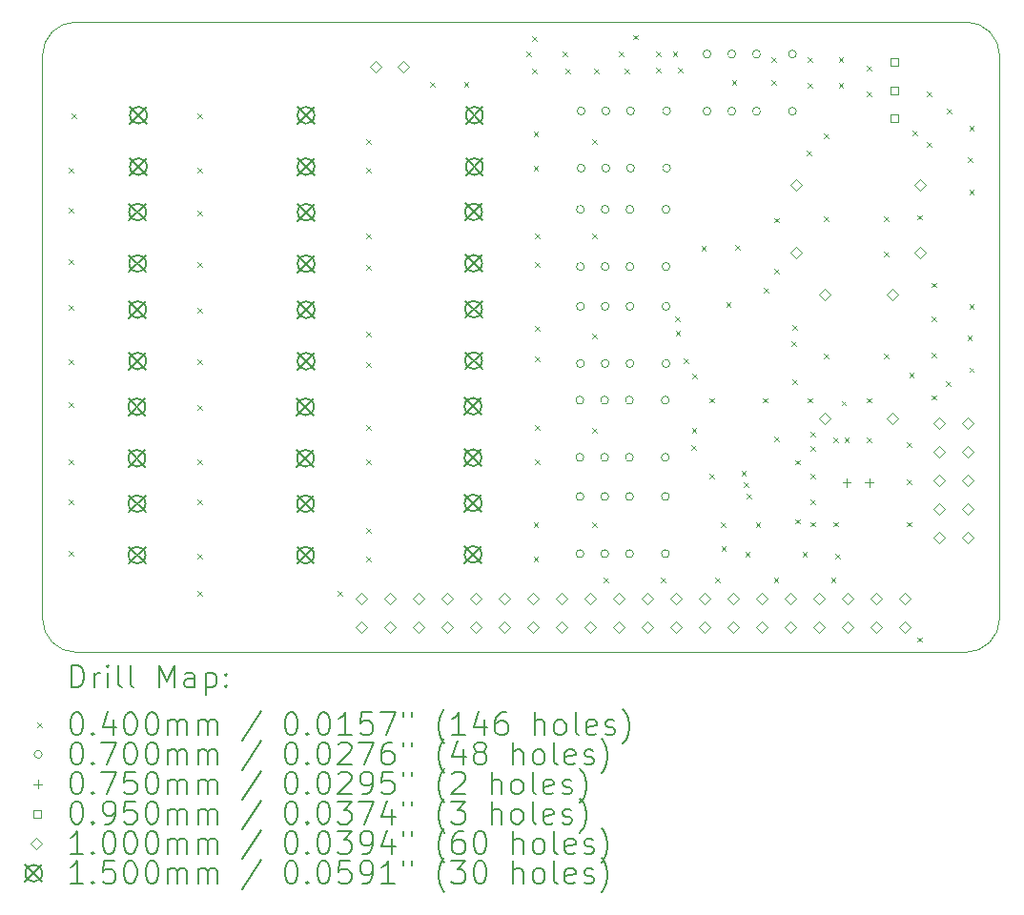
<source format=gbr>
%TF.GenerationSoftware,KiCad,Pcbnew,9.0.0*%
%TF.CreationDate,2025-07-18T15:04:11-05:00*%
%TF.ProjectId,txfilters,74786669-6c74-4657-9273-2e6b69636164,rev?*%
%TF.SameCoordinates,Original*%
%TF.FileFunction,Drillmap*%
%TF.FilePolarity,Positive*%
%FSLAX45Y45*%
G04 Gerber Fmt 4.5, Leading zero omitted, Abs format (unit mm)*
G04 Created by KiCad (PCBNEW 9.0.0) date 2025-07-18 15:04:11*
%MOMM*%
%LPD*%
G01*
G04 APERTURE LIST*
%ADD10C,0.050000*%
%ADD11C,0.200000*%
%ADD12C,0.100000*%
%ADD13C,0.150000*%
G04 APERTURE END LIST*
D10*
X18258000Y-10013000D02*
G75*
G02*
X18558000Y-10313000I0J-300000D01*
G01*
X10358000Y-15613000D02*
G75*
G02*
X10058002Y-15312000I0J300000D01*
G01*
X10058000Y-10312000D02*
X10058000Y-15312000D01*
X10058000Y-10312000D02*
G75*
G02*
X10358000Y-10012998I300000J-1000D01*
G01*
X10358000Y-15613000D02*
X18258000Y-15613000D01*
X18558000Y-10313000D02*
X18558000Y-15313000D01*
X18558000Y-15313000D02*
G75*
G02*
X18258000Y-15613000I-300000J0D01*
G01*
X10358000Y-10013000D02*
X18258000Y-10013000D01*
D11*
D12*
X10292400Y-11308400D02*
X10332400Y-11348400D01*
X10332400Y-11308400D02*
X10292400Y-11348400D01*
X10292400Y-11664000D02*
X10332400Y-11704000D01*
X10332400Y-11664000D02*
X10292400Y-11704000D01*
X10292400Y-12121200D02*
X10332400Y-12161200D01*
X10332400Y-12121200D02*
X10292400Y-12161200D01*
X10292400Y-12527600D02*
X10332400Y-12567600D01*
X10332400Y-12527600D02*
X10292400Y-12567600D01*
X10292400Y-13010200D02*
X10332400Y-13050200D01*
X10332400Y-13010200D02*
X10292400Y-13050200D01*
X10292400Y-13391200D02*
X10332400Y-13431200D01*
X10332400Y-13391200D02*
X10292400Y-13431200D01*
X10292400Y-13899200D02*
X10332400Y-13939200D01*
X10332400Y-13899200D02*
X10292400Y-13939200D01*
X10292400Y-14254800D02*
X10332400Y-14294800D01*
X10332400Y-14254800D02*
X10292400Y-14294800D01*
X10292400Y-14712000D02*
X10332400Y-14752000D01*
X10332400Y-14712000D02*
X10292400Y-14752000D01*
X10317800Y-10825800D02*
X10357800Y-10865800D01*
X10357800Y-10825800D02*
X10317800Y-10865800D01*
X11435400Y-10825800D02*
X11475400Y-10865800D01*
X11475400Y-10825800D02*
X11435400Y-10865800D01*
X11435400Y-11308400D02*
X11475400Y-11348400D01*
X11475400Y-11308400D02*
X11435400Y-11348400D01*
X11435400Y-11689400D02*
X11475400Y-11729400D01*
X11475400Y-11689400D02*
X11435400Y-11729400D01*
X11435400Y-12146600D02*
X11475400Y-12186600D01*
X11475400Y-12146600D02*
X11435400Y-12186600D01*
X11435400Y-12553000D02*
X11475400Y-12593000D01*
X11475400Y-12553000D02*
X11435400Y-12593000D01*
X11435400Y-13010200D02*
X11475400Y-13050200D01*
X11475400Y-13010200D02*
X11435400Y-13050200D01*
X11435400Y-13416600D02*
X11475400Y-13456600D01*
X11475400Y-13416600D02*
X11435400Y-13456600D01*
X11435400Y-13899200D02*
X11475400Y-13939200D01*
X11475400Y-13899200D02*
X11435400Y-13939200D01*
X11435400Y-14254800D02*
X11475400Y-14294800D01*
X11475400Y-14254800D02*
X11435400Y-14294800D01*
X11435400Y-14737400D02*
X11475400Y-14777400D01*
X11475400Y-14737400D02*
X11435400Y-14777400D01*
X11435400Y-15067600D02*
X11475400Y-15107600D01*
X11475400Y-15067600D02*
X11435400Y-15107600D01*
X12680000Y-15067600D02*
X12720000Y-15107600D01*
X12720000Y-15067600D02*
X12680000Y-15107600D01*
X12934000Y-11054400D02*
X12974000Y-11094400D01*
X12974000Y-11054400D02*
X12934000Y-11094400D01*
X12934000Y-11308400D02*
X12974000Y-11348400D01*
X12974000Y-11308400D02*
X12934000Y-11348400D01*
X12934000Y-11892600D02*
X12974000Y-11932600D01*
X12974000Y-11892600D02*
X12934000Y-11932600D01*
X12934000Y-12172000D02*
X12974000Y-12212000D01*
X12974000Y-12172000D02*
X12934000Y-12212000D01*
X12934000Y-12768900D02*
X12974000Y-12808900D01*
X12974000Y-12768900D02*
X12934000Y-12808900D01*
X12934000Y-13035600D02*
X12974000Y-13075600D01*
X12974000Y-13035600D02*
X12934000Y-13075600D01*
X12934000Y-13594400D02*
X12974000Y-13634400D01*
X12974000Y-13594400D02*
X12934000Y-13634400D01*
X12934000Y-13899200D02*
X12974000Y-13939200D01*
X12974000Y-13899200D02*
X12934000Y-13939200D01*
X12934000Y-14508800D02*
X12974000Y-14548800D01*
X12974000Y-14508800D02*
X12934000Y-14548800D01*
X12934000Y-14762800D02*
X12974000Y-14802800D01*
X12974000Y-14762800D02*
X12934000Y-14802800D01*
X13502500Y-10546400D02*
X13542500Y-10586400D01*
X13542500Y-10546400D02*
X13502500Y-10586400D01*
X13802500Y-10546400D02*
X13842500Y-10586400D01*
X13842500Y-10546400D02*
X13802500Y-10586400D01*
X14357500Y-10280000D02*
X14397500Y-10320000D01*
X14397500Y-10280000D02*
X14357500Y-10320000D01*
X14405000Y-10141600D02*
X14445000Y-10181600D01*
X14445000Y-10141600D02*
X14405000Y-10181600D01*
X14405000Y-10430000D02*
X14445000Y-10470000D01*
X14445000Y-10430000D02*
X14405000Y-10470000D01*
X14419900Y-10990900D02*
X14459900Y-11030900D01*
X14459900Y-10990900D02*
X14419900Y-11030900D01*
X14419900Y-11295700D02*
X14459900Y-11335700D01*
X14459900Y-11295700D02*
X14419900Y-11335700D01*
X14419900Y-14458000D02*
X14459900Y-14498000D01*
X14459900Y-14458000D02*
X14419900Y-14498000D01*
X14419900Y-14762800D02*
X14459900Y-14802800D01*
X14459900Y-14762800D02*
X14419900Y-14802800D01*
X14432600Y-11892600D02*
X14472600Y-11932600D01*
X14472600Y-11892600D02*
X14432600Y-11932600D01*
X14432600Y-12146600D02*
X14472600Y-12186600D01*
X14472600Y-12146600D02*
X14432600Y-12186600D01*
X14432600Y-12718100D02*
X14472600Y-12758100D01*
X14472600Y-12718100D02*
X14432600Y-12758100D01*
X14432600Y-12984800D02*
X14472600Y-13024800D01*
X14472600Y-12984800D02*
X14432600Y-13024800D01*
X14432600Y-13594400D02*
X14472600Y-13634400D01*
X14472600Y-13594400D02*
X14432600Y-13634400D01*
X14432600Y-13899200D02*
X14472600Y-13939200D01*
X14472600Y-13899200D02*
X14432600Y-13939200D01*
X14680000Y-10280000D02*
X14720000Y-10320000D01*
X14720000Y-10280000D02*
X14680000Y-10320000D01*
X14705000Y-10430000D02*
X14745000Y-10470000D01*
X14745000Y-10430000D02*
X14705000Y-10470000D01*
X14940600Y-11054400D02*
X14980600Y-11094400D01*
X14980600Y-11054400D02*
X14940600Y-11094400D01*
X14940600Y-11892600D02*
X14980600Y-11932600D01*
X14980600Y-11892600D02*
X14940600Y-11932600D01*
X14940600Y-12781600D02*
X14980600Y-12821600D01*
X14980600Y-12781600D02*
X14940600Y-12821600D01*
X14940600Y-13619800D02*
X14980600Y-13659800D01*
X14980600Y-13619800D02*
X14940600Y-13659800D01*
X14940600Y-14458000D02*
X14980600Y-14498000D01*
X14980600Y-14458000D02*
X14940600Y-14498000D01*
X14955000Y-10430000D02*
X14995000Y-10470000D01*
X14995000Y-10430000D02*
X14955000Y-10470000D01*
X15042200Y-14953300D02*
X15082200Y-14993300D01*
X15082200Y-14953300D02*
X15042200Y-14993300D01*
X15176250Y-10280000D02*
X15216250Y-10320000D01*
X15216250Y-10280000D02*
X15176250Y-10320000D01*
X15230000Y-10430000D02*
X15270000Y-10470000D01*
X15270000Y-10430000D02*
X15230000Y-10470000D01*
X15305000Y-10130000D02*
X15345000Y-10170000D01*
X15345000Y-10130000D02*
X15305000Y-10170000D01*
X15505000Y-10280000D02*
X15545000Y-10320000D01*
X15545000Y-10280000D02*
X15505000Y-10320000D01*
X15505000Y-10420000D02*
X15545000Y-10460000D01*
X15545000Y-10420000D02*
X15505000Y-10460000D01*
X15550200Y-14953300D02*
X15590200Y-14993300D01*
X15590200Y-14953300D02*
X15550200Y-14993300D01*
X15655000Y-10280000D02*
X15695000Y-10320000D01*
X15695000Y-10280000D02*
X15655000Y-10320000D01*
X15680000Y-12630000D02*
X15720000Y-12670000D01*
X15720000Y-12630000D02*
X15680000Y-12670000D01*
X15681265Y-12755000D02*
X15721265Y-12795000D01*
X15721265Y-12755000D02*
X15681265Y-12795000D01*
X15705000Y-10420000D02*
X15745000Y-10460000D01*
X15745000Y-10420000D02*
X15705000Y-10460000D01*
X15753765Y-13005000D02*
X15793765Y-13045000D01*
X15793765Y-13005000D02*
X15753765Y-13045000D01*
X15821500Y-13774000D02*
X15861500Y-13814000D01*
X15861500Y-13774000D02*
X15821500Y-13814000D01*
X15824000Y-13622000D02*
X15864000Y-13662000D01*
X15864000Y-13622000D02*
X15824000Y-13662000D01*
X15830000Y-13136000D02*
X15870000Y-13176000D01*
X15870000Y-13136000D02*
X15830000Y-13176000D01*
X15908650Y-12005000D02*
X15948650Y-12045000D01*
X15948650Y-12005000D02*
X15908650Y-12045000D01*
X15980000Y-13355000D02*
X16020000Y-13395000D01*
X16020000Y-13355000D02*
X15980000Y-13395000D01*
X15980000Y-14025000D02*
X16020000Y-14065000D01*
X16020000Y-14025000D02*
X15980000Y-14065000D01*
X16032800Y-14953300D02*
X16072800Y-14993300D01*
X16072800Y-14953300D02*
X16032800Y-14993300D01*
X16083600Y-14458000D02*
X16123600Y-14498000D01*
X16123600Y-14458000D02*
X16083600Y-14498000D01*
X16088000Y-14670200D02*
X16128000Y-14710200D01*
X16128000Y-14670200D02*
X16088000Y-14710200D01*
X16130000Y-12505000D02*
X16170000Y-12545000D01*
X16170000Y-12505000D02*
X16130000Y-12545000D01*
X16180000Y-10530000D02*
X16220000Y-10570000D01*
X16220000Y-10530000D02*
X16180000Y-10570000D01*
X16210600Y-11994200D02*
X16250600Y-12034200D01*
X16250600Y-11994200D02*
X16210600Y-12034200D01*
X16265380Y-14004974D02*
X16305380Y-14044974D01*
X16305380Y-14004974D02*
X16265380Y-14044974D01*
X16288013Y-14102500D02*
X16328013Y-14142500D01*
X16328013Y-14102500D02*
X16288013Y-14142500D01*
X16299500Y-14724700D02*
X16339500Y-14764700D01*
X16339500Y-14724700D02*
X16299500Y-14764700D01*
X16312200Y-14204000D02*
X16352200Y-14244000D01*
X16352200Y-14204000D02*
X16312200Y-14244000D01*
X16392000Y-14458000D02*
X16432000Y-14498000D01*
X16432000Y-14458000D02*
X16392000Y-14498000D01*
X16455000Y-13355000D02*
X16495000Y-13395000D01*
X16495000Y-13355000D02*
X16455000Y-13395000D01*
X16466000Y-12379000D02*
X16506000Y-12419000D01*
X16506000Y-12379000D02*
X16466000Y-12419000D01*
X16530000Y-10330000D02*
X16570000Y-10370000D01*
X16570000Y-10330000D02*
X16530000Y-10370000D01*
X16530000Y-10530000D02*
X16570000Y-10570000D01*
X16570000Y-10530000D02*
X16530000Y-10570000D01*
X16553500Y-14953300D02*
X16593500Y-14993300D01*
X16593500Y-14953300D02*
X16553500Y-14993300D01*
X16555000Y-11755000D02*
X16595000Y-11795000D01*
X16595000Y-11755000D02*
X16555000Y-11795000D01*
X16555000Y-12205000D02*
X16595000Y-12245000D01*
X16595000Y-12205000D02*
X16555000Y-12245000D01*
X16555000Y-13695000D02*
X16595000Y-13735000D01*
X16595000Y-13695000D02*
X16555000Y-13735000D01*
X16708000Y-12851600D02*
X16748000Y-12891600D01*
X16748000Y-12851600D02*
X16708000Y-12891600D01*
X16718600Y-12705400D02*
X16758600Y-12745400D01*
X16758600Y-12705400D02*
X16718600Y-12745400D01*
X16718600Y-13188000D02*
X16758600Y-13228000D01*
X16758600Y-13188000D02*
X16718600Y-13228000D01*
X16741000Y-13905500D02*
X16781000Y-13945500D01*
X16781000Y-13905500D02*
X16741000Y-13945500D01*
X16745000Y-14430000D02*
X16785000Y-14470000D01*
X16785000Y-14430000D02*
X16745000Y-14470000D01*
X16807500Y-14724700D02*
X16847500Y-14764700D01*
X16847500Y-14724700D02*
X16807500Y-14764700D01*
X16845600Y-11156000D02*
X16885600Y-11196000D01*
X16885600Y-11156000D02*
X16845600Y-11196000D01*
X16855000Y-10330000D02*
X16895000Y-10370000D01*
X16895000Y-10330000D02*
X16855000Y-10370000D01*
X16855000Y-10555000D02*
X16895000Y-10595000D01*
X16895000Y-10555000D02*
X16855000Y-10595000D01*
X16855000Y-13355000D02*
X16895000Y-13395000D01*
X16895000Y-13355000D02*
X16855000Y-13395000D01*
X16880000Y-13655000D02*
X16920000Y-13695000D01*
X16920000Y-13655000D02*
X16880000Y-13695000D01*
X16880000Y-13780000D02*
X16920000Y-13820000D01*
X16920000Y-13780000D02*
X16880000Y-13820000D01*
X16880000Y-14030000D02*
X16920000Y-14070000D01*
X16920000Y-14030000D02*
X16880000Y-14070000D01*
X16880000Y-14255000D02*
X16920000Y-14295000D01*
X16920000Y-14255000D02*
X16880000Y-14295000D01*
X16880000Y-14455000D02*
X16920000Y-14495000D01*
X16920000Y-14455000D02*
X16880000Y-14495000D01*
X16998000Y-11003600D02*
X17038000Y-11043600D01*
X17038000Y-11003600D02*
X16998000Y-11043600D01*
X16998000Y-11740200D02*
X17038000Y-11780200D01*
X17038000Y-11740200D02*
X16998000Y-11780200D01*
X16998000Y-12959400D02*
X17038000Y-12999400D01*
X17038000Y-12959400D02*
X16998000Y-12999400D01*
X17061500Y-14953300D02*
X17101500Y-14993300D01*
X17101500Y-14953300D02*
X17061500Y-14993300D01*
X17080000Y-13705000D02*
X17120000Y-13745000D01*
X17120000Y-13705000D02*
X17080000Y-13745000D01*
X17080000Y-14455000D02*
X17120000Y-14495000D01*
X17120000Y-14455000D02*
X17080000Y-14495000D01*
X17099600Y-14737400D02*
X17139600Y-14777400D01*
X17139600Y-14737400D02*
X17099600Y-14777400D01*
X17130000Y-10330000D02*
X17170000Y-10370000D01*
X17170000Y-10330000D02*
X17130000Y-10370000D01*
X17130000Y-10555000D02*
X17170000Y-10595000D01*
X17170000Y-10555000D02*
X17130000Y-10595000D01*
X17155000Y-13380000D02*
X17195000Y-13420000D01*
X17195000Y-13380000D02*
X17155000Y-13420000D01*
X17180000Y-13705000D02*
X17220000Y-13745000D01*
X17220000Y-13705000D02*
X17180000Y-13745000D01*
X17380000Y-10405000D02*
X17420000Y-10445000D01*
X17420000Y-10405000D02*
X17380000Y-10445000D01*
X17380000Y-10630000D02*
X17420000Y-10670000D01*
X17420000Y-10630000D02*
X17380000Y-10670000D01*
X17380000Y-13355000D02*
X17420000Y-13395000D01*
X17420000Y-13355000D02*
X17380000Y-13395000D01*
X17380000Y-13705000D02*
X17420000Y-13745000D01*
X17420000Y-13705000D02*
X17380000Y-13745000D01*
X17530000Y-12055000D02*
X17570000Y-12095000D01*
X17570000Y-12055000D02*
X17530000Y-12095000D01*
X17531400Y-11740200D02*
X17571400Y-11780200D01*
X17571400Y-11740200D02*
X17531400Y-11780200D01*
X17531400Y-12959400D02*
X17571400Y-12999400D01*
X17571400Y-12959400D02*
X17531400Y-12999400D01*
X17734600Y-13746800D02*
X17774600Y-13786800D01*
X17774600Y-13746800D02*
X17734600Y-13786800D01*
X17734600Y-14077000D02*
X17774600Y-14117000D01*
X17774600Y-14077000D02*
X17734600Y-14117000D01*
X17734600Y-14455000D02*
X17774600Y-14495000D01*
X17774600Y-14455000D02*
X17734600Y-14495000D01*
X17755000Y-13130000D02*
X17795000Y-13170000D01*
X17795000Y-13130000D02*
X17755000Y-13170000D01*
X17785400Y-10978200D02*
X17825400Y-11018200D01*
X17825400Y-10978200D02*
X17785400Y-11018200D01*
X17830000Y-11730000D02*
X17870000Y-11770000D01*
X17870000Y-11730000D02*
X17830000Y-11770000D01*
X17830000Y-15480000D02*
X17870000Y-15520000D01*
X17870000Y-15480000D02*
X17830000Y-15520000D01*
X17912400Y-10635300D02*
X17952400Y-10675300D01*
X17952400Y-10635300D02*
X17912400Y-10675300D01*
X17912400Y-11079800D02*
X17952400Y-11119800D01*
X17952400Y-11079800D02*
X17912400Y-11119800D01*
X17955000Y-12330000D02*
X17995000Y-12370000D01*
X17995000Y-12330000D02*
X17955000Y-12370000D01*
X17955000Y-12630000D02*
X17995000Y-12670000D01*
X17995000Y-12630000D02*
X17955000Y-12670000D01*
X17955000Y-12955000D02*
X17995000Y-12995000D01*
X17995000Y-12955000D02*
X17955000Y-12995000D01*
X17955000Y-13330000D02*
X17995000Y-13370000D01*
X17995000Y-13330000D02*
X17955000Y-13370000D01*
X18080000Y-13205000D02*
X18120000Y-13245000D01*
X18120000Y-13205000D02*
X18080000Y-13245000D01*
X18090200Y-10787700D02*
X18130200Y-10827700D01*
X18130200Y-10787700D02*
X18090200Y-10827700D01*
X18271000Y-12800500D02*
X18311000Y-12840500D01*
X18311000Y-12800500D02*
X18271000Y-12840500D01*
X18276000Y-11219500D02*
X18316000Y-11259500D01*
X18316000Y-11219500D02*
X18276000Y-11259500D01*
X18288750Y-10937000D02*
X18328750Y-10977000D01*
X18328750Y-10937000D02*
X18288750Y-10977000D01*
X18288750Y-11502000D02*
X18328750Y-11542000D01*
X18328750Y-11502000D02*
X18288750Y-11542000D01*
X18288750Y-12518000D02*
X18328750Y-12558000D01*
X18328750Y-12518000D02*
X18288750Y-12558000D01*
X18288750Y-13083000D02*
X18328750Y-13123000D01*
X18328750Y-13083000D02*
X18288750Y-13123000D01*
X14864500Y-13373250D02*
G75*
G02*
X14794500Y-13373250I-35000J0D01*
G01*
X14794500Y-13373250D02*
G75*
G02*
X14864500Y-13373250I35000J0D01*
G01*
X14864500Y-13881250D02*
G75*
G02*
X14794500Y-13881250I-35000J0D01*
G01*
X14794500Y-13881250D02*
G75*
G02*
X14864500Y-13881250I35000J0D01*
G01*
X14865500Y-14229500D02*
G75*
G02*
X14795500Y-14229500I-35000J0D01*
G01*
X14795500Y-14229500D02*
G75*
G02*
X14865500Y-14229500I35000J0D01*
G01*
X14865500Y-14737500D02*
G75*
G02*
X14795500Y-14737500I-35000J0D01*
G01*
X14795500Y-14737500D02*
G75*
G02*
X14865500Y-14737500I35000J0D01*
G01*
X14870500Y-11678750D02*
G75*
G02*
X14800500Y-11678750I-35000J0D01*
G01*
X14800500Y-11678750D02*
G75*
G02*
X14870500Y-11678750I35000J0D01*
G01*
X14870500Y-12186750D02*
G75*
G02*
X14800500Y-12186750I-35000J0D01*
G01*
X14800500Y-12186750D02*
G75*
G02*
X14870500Y-12186750I35000J0D01*
G01*
X14870500Y-12540000D02*
G75*
G02*
X14800500Y-12540000I-35000J0D01*
G01*
X14800500Y-12540000D02*
G75*
G02*
X14870500Y-12540000I35000J0D01*
G01*
X14870500Y-13048000D02*
G75*
G02*
X14800500Y-13048000I-35000J0D01*
G01*
X14800500Y-13048000D02*
G75*
G02*
X14870500Y-13048000I35000J0D01*
G01*
X14875500Y-10804500D02*
G75*
G02*
X14805500Y-10804500I-35000J0D01*
G01*
X14805500Y-10804500D02*
G75*
G02*
X14875500Y-10804500I35000J0D01*
G01*
X14875500Y-11312500D02*
G75*
G02*
X14805500Y-11312500I-35000J0D01*
G01*
X14805500Y-11312500D02*
G75*
G02*
X14875500Y-11312500I35000J0D01*
G01*
X15084500Y-13373250D02*
G75*
G02*
X15014500Y-13373250I-35000J0D01*
G01*
X15014500Y-13373250D02*
G75*
G02*
X15084500Y-13373250I35000J0D01*
G01*
X15084500Y-13881250D02*
G75*
G02*
X15014500Y-13881250I-35000J0D01*
G01*
X15014500Y-13881250D02*
G75*
G02*
X15084500Y-13881250I35000J0D01*
G01*
X15085500Y-14229500D02*
G75*
G02*
X15015500Y-14229500I-35000J0D01*
G01*
X15015500Y-14229500D02*
G75*
G02*
X15085500Y-14229500I35000J0D01*
G01*
X15085500Y-14737500D02*
G75*
G02*
X15015500Y-14737500I-35000J0D01*
G01*
X15015500Y-14737500D02*
G75*
G02*
X15085500Y-14737500I35000J0D01*
G01*
X15090500Y-11678750D02*
G75*
G02*
X15020500Y-11678750I-35000J0D01*
G01*
X15020500Y-11678750D02*
G75*
G02*
X15090500Y-11678750I35000J0D01*
G01*
X15090500Y-12186750D02*
G75*
G02*
X15020500Y-12186750I-35000J0D01*
G01*
X15020500Y-12186750D02*
G75*
G02*
X15090500Y-12186750I35000J0D01*
G01*
X15090500Y-12540000D02*
G75*
G02*
X15020500Y-12540000I-35000J0D01*
G01*
X15020500Y-12540000D02*
G75*
G02*
X15090500Y-12540000I35000J0D01*
G01*
X15090500Y-13048000D02*
G75*
G02*
X15020500Y-13048000I-35000J0D01*
G01*
X15020500Y-13048000D02*
G75*
G02*
X15090500Y-13048000I35000J0D01*
G01*
X15095500Y-10804500D02*
G75*
G02*
X15025500Y-10804500I-35000J0D01*
G01*
X15025500Y-10804500D02*
G75*
G02*
X15095500Y-10804500I35000J0D01*
G01*
X15095500Y-11312500D02*
G75*
G02*
X15025500Y-11312500I-35000J0D01*
G01*
X15025500Y-11312500D02*
G75*
G02*
X15095500Y-11312500I35000J0D01*
G01*
X15304500Y-13373250D02*
G75*
G02*
X15234500Y-13373250I-35000J0D01*
G01*
X15234500Y-13373250D02*
G75*
G02*
X15304500Y-13373250I35000J0D01*
G01*
X15304500Y-13881250D02*
G75*
G02*
X15234500Y-13881250I-35000J0D01*
G01*
X15234500Y-13881250D02*
G75*
G02*
X15304500Y-13881250I35000J0D01*
G01*
X15305500Y-14229500D02*
G75*
G02*
X15235500Y-14229500I-35000J0D01*
G01*
X15235500Y-14229500D02*
G75*
G02*
X15305500Y-14229500I35000J0D01*
G01*
X15305500Y-14737500D02*
G75*
G02*
X15235500Y-14737500I-35000J0D01*
G01*
X15235500Y-14737500D02*
G75*
G02*
X15305500Y-14737500I35000J0D01*
G01*
X15310500Y-11678750D02*
G75*
G02*
X15240500Y-11678750I-35000J0D01*
G01*
X15240500Y-11678750D02*
G75*
G02*
X15310500Y-11678750I35000J0D01*
G01*
X15310500Y-12186750D02*
G75*
G02*
X15240500Y-12186750I-35000J0D01*
G01*
X15240500Y-12186750D02*
G75*
G02*
X15310500Y-12186750I35000J0D01*
G01*
X15310500Y-12540000D02*
G75*
G02*
X15240500Y-12540000I-35000J0D01*
G01*
X15240500Y-12540000D02*
G75*
G02*
X15310500Y-12540000I35000J0D01*
G01*
X15310500Y-13048000D02*
G75*
G02*
X15240500Y-13048000I-35000J0D01*
G01*
X15240500Y-13048000D02*
G75*
G02*
X15310500Y-13048000I35000J0D01*
G01*
X15315500Y-10804500D02*
G75*
G02*
X15245500Y-10804500I-35000J0D01*
G01*
X15245500Y-10804500D02*
G75*
G02*
X15315500Y-10804500I35000J0D01*
G01*
X15315500Y-11312500D02*
G75*
G02*
X15245500Y-11312500I-35000J0D01*
G01*
X15245500Y-11312500D02*
G75*
G02*
X15315500Y-11312500I35000J0D01*
G01*
X15624500Y-13373250D02*
G75*
G02*
X15554500Y-13373250I-35000J0D01*
G01*
X15554500Y-13373250D02*
G75*
G02*
X15624500Y-13373250I35000J0D01*
G01*
X15624500Y-13881250D02*
G75*
G02*
X15554500Y-13881250I-35000J0D01*
G01*
X15554500Y-13881250D02*
G75*
G02*
X15624500Y-13881250I35000J0D01*
G01*
X15625500Y-14229500D02*
G75*
G02*
X15555500Y-14229500I-35000J0D01*
G01*
X15555500Y-14229500D02*
G75*
G02*
X15625500Y-14229500I35000J0D01*
G01*
X15625500Y-14737500D02*
G75*
G02*
X15555500Y-14737500I-35000J0D01*
G01*
X15555500Y-14737500D02*
G75*
G02*
X15625500Y-14737500I35000J0D01*
G01*
X15630500Y-11678750D02*
G75*
G02*
X15560500Y-11678750I-35000J0D01*
G01*
X15560500Y-11678750D02*
G75*
G02*
X15630500Y-11678750I35000J0D01*
G01*
X15630500Y-12186750D02*
G75*
G02*
X15560500Y-12186750I-35000J0D01*
G01*
X15560500Y-12186750D02*
G75*
G02*
X15630500Y-12186750I35000J0D01*
G01*
X15630500Y-12540000D02*
G75*
G02*
X15560500Y-12540000I-35000J0D01*
G01*
X15560500Y-12540000D02*
G75*
G02*
X15630500Y-12540000I35000J0D01*
G01*
X15630500Y-13048000D02*
G75*
G02*
X15560500Y-13048000I-35000J0D01*
G01*
X15560500Y-13048000D02*
G75*
G02*
X15630500Y-13048000I35000J0D01*
G01*
X15635500Y-10804500D02*
G75*
G02*
X15565500Y-10804500I-35000J0D01*
G01*
X15565500Y-10804500D02*
G75*
G02*
X15635500Y-10804500I35000J0D01*
G01*
X15635500Y-11312500D02*
G75*
G02*
X15565500Y-11312500I-35000J0D01*
G01*
X15565500Y-11312500D02*
G75*
G02*
X15635500Y-11312500I35000J0D01*
G01*
X15993500Y-10298500D02*
G75*
G02*
X15923500Y-10298500I-35000J0D01*
G01*
X15923500Y-10298500D02*
G75*
G02*
X15993500Y-10298500I35000J0D01*
G01*
X15993500Y-10806500D02*
G75*
G02*
X15923500Y-10806500I-35000J0D01*
G01*
X15923500Y-10806500D02*
G75*
G02*
X15993500Y-10806500I35000J0D01*
G01*
X16213500Y-10298500D02*
G75*
G02*
X16143500Y-10298500I-35000J0D01*
G01*
X16143500Y-10298500D02*
G75*
G02*
X16213500Y-10298500I35000J0D01*
G01*
X16213500Y-10806500D02*
G75*
G02*
X16143500Y-10806500I-35000J0D01*
G01*
X16143500Y-10806500D02*
G75*
G02*
X16213500Y-10806500I35000J0D01*
G01*
X16433500Y-10298500D02*
G75*
G02*
X16363500Y-10298500I-35000J0D01*
G01*
X16363500Y-10298500D02*
G75*
G02*
X16433500Y-10298500I35000J0D01*
G01*
X16433500Y-10806500D02*
G75*
G02*
X16363500Y-10806500I-35000J0D01*
G01*
X16363500Y-10806500D02*
G75*
G02*
X16433500Y-10806500I35000J0D01*
G01*
X16753500Y-10298500D02*
G75*
G02*
X16683500Y-10298500I-35000J0D01*
G01*
X16683500Y-10298500D02*
G75*
G02*
X16753500Y-10298500I35000J0D01*
G01*
X16753500Y-10806500D02*
G75*
G02*
X16683500Y-10806500I-35000J0D01*
G01*
X16683500Y-10806500D02*
G75*
G02*
X16753500Y-10806500I35000J0D01*
G01*
X17200000Y-14067500D02*
X17200000Y-14142500D01*
X17162500Y-14105000D02*
X17237500Y-14105000D01*
X17400000Y-14067500D02*
X17400000Y-14142500D01*
X17362500Y-14105000D02*
X17437500Y-14105000D01*
X17653888Y-10404888D02*
X17653888Y-10337712D01*
X17586712Y-10337712D01*
X17586712Y-10404888D01*
X17653888Y-10404888D01*
X17653888Y-10654888D02*
X17653888Y-10587712D01*
X17586712Y-10587712D01*
X17586712Y-10654888D01*
X17653888Y-10654888D01*
X17653888Y-10904888D02*
X17653888Y-10837712D01*
X17586712Y-10837712D01*
X17586712Y-10904888D01*
X17653888Y-10904888D01*
X12892000Y-15183000D02*
X12942000Y-15133000D01*
X12892000Y-15083000D01*
X12842000Y-15133000D01*
X12892000Y-15183000D01*
X12892000Y-15437000D02*
X12942000Y-15387000D01*
X12892000Y-15337000D01*
X12842000Y-15387000D01*
X12892000Y-15437000D01*
X13014900Y-10463500D02*
X13064900Y-10413500D01*
X13014900Y-10363500D01*
X12964900Y-10413500D01*
X13014900Y-10463500D01*
X13146000Y-15183000D02*
X13196000Y-15133000D01*
X13146000Y-15083000D01*
X13096000Y-15133000D01*
X13146000Y-15183000D01*
X13146000Y-15437000D02*
X13196000Y-15387000D01*
X13146000Y-15337000D01*
X13096000Y-15387000D01*
X13146000Y-15437000D01*
X13264900Y-10463500D02*
X13314900Y-10413500D01*
X13264900Y-10363500D01*
X13214900Y-10413500D01*
X13264900Y-10463500D01*
X13400000Y-15183000D02*
X13450000Y-15133000D01*
X13400000Y-15083000D01*
X13350000Y-15133000D01*
X13400000Y-15183000D01*
X13400000Y-15437000D02*
X13450000Y-15387000D01*
X13400000Y-15337000D01*
X13350000Y-15387000D01*
X13400000Y-15437000D01*
X13654000Y-15183000D02*
X13704000Y-15133000D01*
X13654000Y-15083000D01*
X13604000Y-15133000D01*
X13654000Y-15183000D01*
X13654000Y-15437000D02*
X13704000Y-15387000D01*
X13654000Y-15337000D01*
X13604000Y-15387000D01*
X13654000Y-15437000D01*
X13908000Y-15183000D02*
X13958000Y-15133000D01*
X13908000Y-15083000D01*
X13858000Y-15133000D01*
X13908000Y-15183000D01*
X13908000Y-15437000D02*
X13958000Y-15387000D01*
X13908000Y-15337000D01*
X13858000Y-15387000D01*
X13908000Y-15437000D01*
X14162000Y-15183000D02*
X14212000Y-15133000D01*
X14162000Y-15083000D01*
X14112000Y-15133000D01*
X14162000Y-15183000D01*
X14162000Y-15437000D02*
X14212000Y-15387000D01*
X14162000Y-15337000D01*
X14112000Y-15387000D01*
X14162000Y-15437000D01*
X14416000Y-15183000D02*
X14466000Y-15133000D01*
X14416000Y-15083000D01*
X14366000Y-15133000D01*
X14416000Y-15183000D01*
X14416000Y-15437000D02*
X14466000Y-15387000D01*
X14416000Y-15337000D01*
X14366000Y-15387000D01*
X14416000Y-15437000D01*
X14670000Y-15183000D02*
X14720000Y-15133000D01*
X14670000Y-15083000D01*
X14620000Y-15133000D01*
X14670000Y-15183000D01*
X14670000Y-15437000D02*
X14720000Y-15387000D01*
X14670000Y-15337000D01*
X14620000Y-15387000D01*
X14670000Y-15437000D01*
X14924000Y-15183000D02*
X14974000Y-15133000D01*
X14924000Y-15083000D01*
X14874000Y-15133000D01*
X14924000Y-15183000D01*
X14924000Y-15437000D02*
X14974000Y-15387000D01*
X14924000Y-15337000D01*
X14874000Y-15387000D01*
X14924000Y-15437000D01*
X15178000Y-15183000D02*
X15228000Y-15133000D01*
X15178000Y-15083000D01*
X15128000Y-15133000D01*
X15178000Y-15183000D01*
X15178000Y-15437000D02*
X15228000Y-15387000D01*
X15178000Y-15337000D01*
X15128000Y-15387000D01*
X15178000Y-15437000D01*
X15432000Y-15183000D02*
X15482000Y-15133000D01*
X15432000Y-15083000D01*
X15382000Y-15133000D01*
X15432000Y-15183000D01*
X15432000Y-15437000D02*
X15482000Y-15387000D01*
X15432000Y-15337000D01*
X15382000Y-15387000D01*
X15432000Y-15437000D01*
X15686000Y-15183000D02*
X15736000Y-15133000D01*
X15686000Y-15083000D01*
X15636000Y-15133000D01*
X15686000Y-15183000D01*
X15686000Y-15437000D02*
X15736000Y-15387000D01*
X15686000Y-15337000D01*
X15636000Y-15387000D01*
X15686000Y-15437000D01*
X15940000Y-15183000D02*
X15990000Y-15133000D01*
X15940000Y-15083000D01*
X15890000Y-15133000D01*
X15940000Y-15183000D01*
X15940000Y-15437000D02*
X15990000Y-15387000D01*
X15940000Y-15337000D01*
X15890000Y-15387000D01*
X15940000Y-15437000D01*
X16194000Y-15183000D02*
X16244000Y-15133000D01*
X16194000Y-15083000D01*
X16144000Y-15133000D01*
X16194000Y-15183000D01*
X16194000Y-15437000D02*
X16244000Y-15387000D01*
X16194000Y-15337000D01*
X16144000Y-15387000D01*
X16194000Y-15437000D01*
X16448000Y-15183000D02*
X16498000Y-15133000D01*
X16448000Y-15083000D01*
X16398000Y-15133000D01*
X16448000Y-15183000D01*
X16448000Y-15437000D02*
X16498000Y-15387000D01*
X16448000Y-15337000D01*
X16398000Y-15387000D01*
X16448000Y-15437000D01*
X16702000Y-15183000D02*
X16752000Y-15133000D01*
X16702000Y-15083000D01*
X16652000Y-15133000D01*
X16702000Y-15183000D01*
X16702000Y-15437000D02*
X16752000Y-15387000D01*
X16702000Y-15337000D01*
X16652000Y-15387000D01*
X16702000Y-15437000D01*
X16748500Y-11511500D02*
X16798500Y-11461500D01*
X16748500Y-11411500D01*
X16698500Y-11461500D01*
X16748500Y-11511500D01*
X16748500Y-12111500D02*
X16798500Y-12061500D01*
X16748500Y-12011500D01*
X16698500Y-12061500D01*
X16748500Y-12111500D01*
X16956000Y-15183000D02*
X17006000Y-15133000D01*
X16956000Y-15083000D01*
X16906000Y-15133000D01*
X16956000Y-15183000D01*
X16956000Y-15437000D02*
X17006000Y-15387000D01*
X16956000Y-15337000D01*
X16906000Y-15387000D01*
X16956000Y-15437000D01*
X17007500Y-12484500D02*
X17057500Y-12434500D01*
X17007500Y-12384500D01*
X16957500Y-12434500D01*
X17007500Y-12484500D01*
X17007500Y-13584500D02*
X17057500Y-13534500D01*
X17007500Y-13484500D01*
X16957500Y-13534500D01*
X17007500Y-13584500D01*
X17210000Y-15183000D02*
X17260000Y-15133000D01*
X17210000Y-15083000D01*
X17160000Y-15133000D01*
X17210000Y-15183000D01*
X17210000Y-15437000D02*
X17260000Y-15387000D01*
X17210000Y-15337000D01*
X17160000Y-15387000D01*
X17210000Y-15437000D01*
X17464000Y-15183000D02*
X17514000Y-15133000D01*
X17464000Y-15083000D01*
X17414000Y-15133000D01*
X17464000Y-15183000D01*
X17464000Y-15437000D02*
X17514000Y-15387000D01*
X17464000Y-15337000D01*
X17414000Y-15387000D01*
X17464000Y-15437000D01*
X17607500Y-12484500D02*
X17657500Y-12434500D01*
X17607500Y-12384500D01*
X17557500Y-12434500D01*
X17607500Y-12484500D01*
X17607500Y-13584500D02*
X17657500Y-13534500D01*
X17607500Y-13484500D01*
X17557500Y-13534500D01*
X17607500Y-13584500D01*
X17718000Y-15183000D02*
X17768000Y-15133000D01*
X17718000Y-15083000D01*
X17668000Y-15133000D01*
X17718000Y-15183000D01*
X17718000Y-15437000D02*
X17768000Y-15387000D01*
X17718000Y-15337000D01*
X17668000Y-15387000D01*
X17718000Y-15437000D01*
X17848500Y-11511500D02*
X17898500Y-11461500D01*
X17848500Y-11411500D01*
X17798500Y-11461500D01*
X17848500Y-11511500D01*
X17848500Y-12111500D02*
X17898500Y-12061500D01*
X17848500Y-12011500D01*
X17798500Y-12061500D01*
X17848500Y-12111500D01*
X18020000Y-13625360D02*
X18070000Y-13575360D01*
X18020000Y-13525360D01*
X17970000Y-13575360D01*
X18020000Y-13625360D01*
X18020000Y-13879360D02*
X18070000Y-13829360D01*
X18020000Y-13779360D01*
X17970000Y-13829360D01*
X18020000Y-13879360D01*
X18020000Y-14133360D02*
X18070000Y-14083360D01*
X18020000Y-14033360D01*
X17970000Y-14083360D01*
X18020000Y-14133360D01*
X18020000Y-14387360D02*
X18070000Y-14337360D01*
X18020000Y-14287360D01*
X17970000Y-14337360D01*
X18020000Y-14387360D01*
X18020000Y-14641360D02*
X18070000Y-14591360D01*
X18020000Y-14541360D01*
X17970000Y-14591360D01*
X18020000Y-14641360D01*
X18274000Y-13625360D02*
X18324000Y-13575360D01*
X18274000Y-13525360D01*
X18224000Y-13575360D01*
X18274000Y-13625360D01*
X18274000Y-13879360D02*
X18324000Y-13829360D01*
X18274000Y-13779360D01*
X18224000Y-13829360D01*
X18274000Y-13879360D01*
X18274000Y-14133360D02*
X18324000Y-14083360D01*
X18274000Y-14033360D01*
X18224000Y-14083360D01*
X18274000Y-14133360D01*
X18274000Y-14387360D02*
X18324000Y-14337360D01*
X18274000Y-14287360D01*
X18224000Y-14337360D01*
X18274000Y-14387360D01*
X18274000Y-14641360D02*
X18324000Y-14591360D01*
X18274000Y-14541360D01*
X18224000Y-14591360D01*
X18274000Y-14641360D01*
D13*
X10822500Y-13356775D02*
X10972500Y-13506775D01*
X10972500Y-13356775D02*
X10822500Y-13506775D01*
X10972500Y-13431775D02*
G75*
G02*
X10822500Y-13431775I-75000J0D01*
G01*
X10822500Y-13431775D02*
G75*
G02*
X10972500Y-13431775I75000J0D01*
G01*
X10822500Y-13813775D02*
X10972500Y-13963775D01*
X10972500Y-13813775D02*
X10822500Y-13963775D01*
X10972500Y-13888775D02*
G75*
G02*
X10822500Y-13888775I-75000J0D01*
G01*
X10822500Y-13888775D02*
G75*
G02*
X10972500Y-13888775I75000J0D01*
G01*
X10823500Y-14217900D02*
X10973500Y-14367900D01*
X10973500Y-14217900D02*
X10823500Y-14367900D01*
X10973500Y-14292900D02*
G75*
G02*
X10823500Y-14292900I-75000J0D01*
G01*
X10823500Y-14292900D02*
G75*
G02*
X10973500Y-14292900I75000J0D01*
G01*
X10823500Y-14674900D02*
X10973500Y-14824900D01*
X10973500Y-14674900D02*
X10823500Y-14824900D01*
X10973500Y-14749900D02*
G75*
G02*
X10823500Y-14749900I-75000J0D01*
G01*
X10823500Y-14749900D02*
G75*
G02*
X10973500Y-14749900I75000J0D01*
G01*
X10828500Y-11627125D02*
X10978500Y-11777125D01*
X10978500Y-11627125D02*
X10828500Y-11777125D01*
X10978500Y-11702125D02*
G75*
G02*
X10828500Y-11702125I-75000J0D01*
G01*
X10828500Y-11702125D02*
G75*
G02*
X10978500Y-11702125I75000J0D01*
G01*
X10828500Y-12084125D02*
X10978500Y-12234125D01*
X10978500Y-12084125D02*
X10828500Y-12234125D01*
X10978500Y-12159125D02*
G75*
G02*
X10828500Y-12159125I-75000J0D01*
G01*
X10828500Y-12159125D02*
G75*
G02*
X10978500Y-12159125I75000J0D01*
G01*
X10828500Y-12493250D02*
X10978500Y-12643250D01*
X10978500Y-12493250D02*
X10828500Y-12643250D01*
X10978500Y-12568250D02*
G75*
G02*
X10828500Y-12568250I-75000J0D01*
G01*
X10828500Y-12568250D02*
G75*
G02*
X10978500Y-12568250I75000J0D01*
G01*
X10828500Y-12950250D02*
X10978500Y-13100250D01*
X10978500Y-12950250D02*
X10828500Y-13100250D01*
X10978500Y-13025250D02*
G75*
G02*
X10828500Y-13025250I-75000J0D01*
G01*
X10828500Y-13025250D02*
G75*
G02*
X10978500Y-13025250I75000J0D01*
G01*
X10835500Y-10767000D02*
X10985500Y-10917000D01*
X10985500Y-10767000D02*
X10835500Y-10917000D01*
X10985500Y-10842000D02*
G75*
G02*
X10835500Y-10842000I-75000J0D01*
G01*
X10835500Y-10842000D02*
G75*
G02*
X10985500Y-10842000I75000J0D01*
G01*
X10835500Y-11224000D02*
X10985500Y-11374000D01*
X10985500Y-11224000D02*
X10835500Y-11374000D01*
X10985500Y-11299000D02*
G75*
G02*
X10835500Y-11299000I-75000J0D01*
G01*
X10835500Y-11299000D02*
G75*
G02*
X10985500Y-11299000I75000J0D01*
G01*
X12318500Y-13357525D02*
X12468500Y-13507525D01*
X12468500Y-13357525D02*
X12318500Y-13507525D01*
X12468500Y-13432525D02*
G75*
G02*
X12318500Y-13432525I-75000J0D01*
G01*
X12318500Y-13432525D02*
G75*
G02*
X12468500Y-13432525I75000J0D01*
G01*
X12318500Y-13814525D02*
X12468500Y-13964525D01*
X12468500Y-13814525D02*
X12318500Y-13964525D01*
X12468500Y-13889525D02*
G75*
G02*
X12318500Y-13889525I-75000J0D01*
G01*
X12318500Y-13889525D02*
G75*
G02*
X12468500Y-13889525I75000J0D01*
G01*
X12319500Y-14217900D02*
X12469500Y-14367900D01*
X12469500Y-14217900D02*
X12319500Y-14367900D01*
X12469500Y-14292900D02*
G75*
G02*
X12319500Y-14292900I-75000J0D01*
G01*
X12319500Y-14292900D02*
G75*
G02*
X12469500Y-14292900I75000J0D01*
G01*
X12319500Y-14674900D02*
X12469500Y-14824900D01*
X12469500Y-14674900D02*
X12319500Y-14824900D01*
X12469500Y-14749900D02*
G75*
G02*
X12319500Y-14749900I-75000J0D01*
G01*
X12319500Y-14749900D02*
G75*
G02*
X12469500Y-14749900I75000J0D01*
G01*
X12323500Y-10767000D02*
X12473500Y-10917000D01*
X12473500Y-10767000D02*
X12323500Y-10917000D01*
X12473500Y-10842000D02*
G75*
G02*
X12323500Y-10842000I-75000J0D01*
G01*
X12323500Y-10842000D02*
G75*
G02*
X12473500Y-10842000I75000J0D01*
G01*
X12323500Y-11224000D02*
X12473500Y-11374000D01*
X12473500Y-11224000D02*
X12323500Y-11374000D01*
X12473500Y-11299000D02*
G75*
G02*
X12323500Y-11299000I-75000J0D01*
G01*
X12323500Y-11299000D02*
G75*
G02*
X12473500Y-11299000I75000J0D01*
G01*
X12324500Y-11629375D02*
X12474500Y-11779375D01*
X12474500Y-11629375D02*
X12324500Y-11779375D01*
X12474500Y-11704375D02*
G75*
G02*
X12324500Y-11704375I-75000J0D01*
G01*
X12324500Y-11704375D02*
G75*
G02*
X12474500Y-11704375I75000J0D01*
G01*
X12324500Y-12086375D02*
X12474500Y-12236375D01*
X12474500Y-12086375D02*
X12324500Y-12236375D01*
X12474500Y-12161375D02*
G75*
G02*
X12324500Y-12161375I-75000J0D01*
G01*
X12324500Y-12161375D02*
G75*
G02*
X12474500Y-12161375I75000J0D01*
G01*
X12324500Y-12494750D02*
X12474500Y-12644750D01*
X12474500Y-12494750D02*
X12324500Y-12644750D01*
X12474500Y-12569750D02*
G75*
G02*
X12324500Y-12569750I-75000J0D01*
G01*
X12324500Y-12569750D02*
G75*
G02*
X12474500Y-12569750I75000J0D01*
G01*
X12324500Y-12951750D02*
X12474500Y-13101750D01*
X12474500Y-12951750D02*
X12324500Y-13101750D01*
X12474500Y-13026750D02*
G75*
G02*
X12324500Y-13026750I-75000J0D01*
G01*
X12324500Y-13026750D02*
G75*
G02*
X12474500Y-13026750I75000J0D01*
G01*
X13806500Y-13352275D02*
X13956500Y-13502275D01*
X13956500Y-13352275D02*
X13806500Y-13502275D01*
X13956500Y-13427275D02*
G75*
G02*
X13806500Y-13427275I-75000J0D01*
G01*
X13806500Y-13427275D02*
G75*
G02*
X13956500Y-13427275I75000J0D01*
G01*
X13806500Y-13809275D02*
X13956500Y-13959275D01*
X13956500Y-13809275D02*
X13806500Y-13959275D01*
X13956500Y-13884275D02*
G75*
G02*
X13806500Y-13884275I-75000J0D01*
G01*
X13806500Y-13884275D02*
G75*
G02*
X13956500Y-13884275I75000J0D01*
G01*
X13807500Y-14211900D02*
X13957500Y-14361900D01*
X13957500Y-14211900D02*
X13807500Y-14361900D01*
X13957500Y-14286900D02*
G75*
G02*
X13807500Y-14286900I-75000J0D01*
G01*
X13807500Y-14286900D02*
G75*
G02*
X13957500Y-14286900I75000J0D01*
G01*
X13807500Y-14668900D02*
X13957500Y-14818900D01*
X13957500Y-14668900D02*
X13807500Y-14818900D01*
X13957500Y-14743900D02*
G75*
G02*
X13807500Y-14743900I-75000J0D01*
G01*
X13807500Y-14743900D02*
G75*
G02*
X13957500Y-14743900I75000J0D01*
G01*
X13812500Y-11625625D02*
X13962500Y-11775625D01*
X13962500Y-11625625D02*
X13812500Y-11775625D01*
X13962500Y-11700625D02*
G75*
G02*
X13812500Y-11700625I-75000J0D01*
G01*
X13812500Y-11700625D02*
G75*
G02*
X13962500Y-11700625I75000J0D01*
G01*
X13812500Y-12082625D02*
X13962500Y-12232625D01*
X13962500Y-12082625D02*
X13812500Y-12232625D01*
X13962500Y-12157625D02*
G75*
G02*
X13812500Y-12157625I-75000J0D01*
G01*
X13812500Y-12157625D02*
G75*
G02*
X13962500Y-12157625I75000J0D01*
G01*
X13812500Y-12490250D02*
X13962500Y-12640250D01*
X13962500Y-12490250D02*
X13812500Y-12640250D01*
X13962500Y-12565250D02*
G75*
G02*
X13812500Y-12565250I-75000J0D01*
G01*
X13812500Y-12565250D02*
G75*
G02*
X13962500Y-12565250I75000J0D01*
G01*
X13812500Y-12947250D02*
X13962500Y-13097250D01*
X13962500Y-12947250D02*
X13812500Y-13097250D01*
X13962500Y-13022250D02*
G75*
G02*
X13812500Y-13022250I-75000J0D01*
G01*
X13812500Y-13022250D02*
G75*
G02*
X13962500Y-13022250I75000J0D01*
G01*
X13819500Y-10767000D02*
X13969500Y-10917000D01*
X13969500Y-10767000D02*
X13819500Y-10917000D01*
X13969500Y-10842000D02*
G75*
G02*
X13819500Y-10842000I-75000J0D01*
G01*
X13819500Y-10842000D02*
G75*
G02*
X13969500Y-10842000I75000J0D01*
G01*
X13819500Y-11224000D02*
X13969500Y-11374000D01*
X13969500Y-11224000D02*
X13819500Y-11374000D01*
X13969500Y-11299000D02*
G75*
G02*
X13819500Y-11299000I-75000J0D01*
G01*
X13819500Y-11299000D02*
G75*
G02*
X13969500Y-11299000I75000J0D01*
G01*
D11*
X10316277Y-15926984D02*
X10316277Y-15726984D01*
X10316277Y-15726984D02*
X10363896Y-15726984D01*
X10363896Y-15726984D02*
X10392467Y-15736508D01*
X10392467Y-15736508D02*
X10411515Y-15755555D01*
X10411515Y-15755555D02*
X10421039Y-15774603D01*
X10421039Y-15774603D02*
X10430563Y-15812698D01*
X10430563Y-15812698D02*
X10430563Y-15841269D01*
X10430563Y-15841269D02*
X10421039Y-15879365D01*
X10421039Y-15879365D02*
X10411515Y-15898412D01*
X10411515Y-15898412D02*
X10392467Y-15917460D01*
X10392467Y-15917460D02*
X10363896Y-15926984D01*
X10363896Y-15926984D02*
X10316277Y-15926984D01*
X10516277Y-15926984D02*
X10516277Y-15793650D01*
X10516277Y-15831746D02*
X10525801Y-15812698D01*
X10525801Y-15812698D02*
X10535324Y-15803174D01*
X10535324Y-15803174D02*
X10554372Y-15793650D01*
X10554372Y-15793650D02*
X10573420Y-15793650D01*
X10640086Y-15926984D02*
X10640086Y-15793650D01*
X10640086Y-15726984D02*
X10630563Y-15736508D01*
X10630563Y-15736508D02*
X10640086Y-15746031D01*
X10640086Y-15746031D02*
X10649610Y-15736508D01*
X10649610Y-15736508D02*
X10640086Y-15726984D01*
X10640086Y-15726984D02*
X10640086Y-15746031D01*
X10763896Y-15926984D02*
X10744848Y-15917460D01*
X10744848Y-15917460D02*
X10735324Y-15898412D01*
X10735324Y-15898412D02*
X10735324Y-15726984D01*
X10868658Y-15926984D02*
X10849610Y-15917460D01*
X10849610Y-15917460D02*
X10840086Y-15898412D01*
X10840086Y-15898412D02*
X10840086Y-15726984D01*
X11097229Y-15926984D02*
X11097229Y-15726984D01*
X11097229Y-15726984D02*
X11163896Y-15869841D01*
X11163896Y-15869841D02*
X11230562Y-15726984D01*
X11230562Y-15726984D02*
X11230562Y-15926984D01*
X11411515Y-15926984D02*
X11411515Y-15822222D01*
X11411515Y-15822222D02*
X11401991Y-15803174D01*
X11401991Y-15803174D02*
X11382943Y-15793650D01*
X11382943Y-15793650D02*
X11344848Y-15793650D01*
X11344848Y-15793650D02*
X11325801Y-15803174D01*
X11411515Y-15917460D02*
X11392467Y-15926984D01*
X11392467Y-15926984D02*
X11344848Y-15926984D01*
X11344848Y-15926984D02*
X11325801Y-15917460D01*
X11325801Y-15917460D02*
X11316277Y-15898412D01*
X11316277Y-15898412D02*
X11316277Y-15879365D01*
X11316277Y-15879365D02*
X11325801Y-15860317D01*
X11325801Y-15860317D02*
X11344848Y-15850793D01*
X11344848Y-15850793D02*
X11392467Y-15850793D01*
X11392467Y-15850793D02*
X11411515Y-15841269D01*
X11506753Y-15793650D02*
X11506753Y-15993650D01*
X11506753Y-15803174D02*
X11525801Y-15793650D01*
X11525801Y-15793650D02*
X11563896Y-15793650D01*
X11563896Y-15793650D02*
X11582943Y-15803174D01*
X11582943Y-15803174D02*
X11592467Y-15812698D01*
X11592467Y-15812698D02*
X11601991Y-15831746D01*
X11601991Y-15831746D02*
X11601991Y-15888888D01*
X11601991Y-15888888D02*
X11592467Y-15907936D01*
X11592467Y-15907936D02*
X11582943Y-15917460D01*
X11582943Y-15917460D02*
X11563896Y-15926984D01*
X11563896Y-15926984D02*
X11525801Y-15926984D01*
X11525801Y-15926984D02*
X11506753Y-15917460D01*
X11687705Y-15907936D02*
X11697229Y-15917460D01*
X11697229Y-15917460D02*
X11687705Y-15926984D01*
X11687705Y-15926984D02*
X11678182Y-15917460D01*
X11678182Y-15917460D02*
X11687705Y-15907936D01*
X11687705Y-15907936D02*
X11687705Y-15926984D01*
X11687705Y-15803174D02*
X11697229Y-15812698D01*
X11697229Y-15812698D02*
X11687705Y-15822222D01*
X11687705Y-15822222D02*
X11678182Y-15812698D01*
X11678182Y-15812698D02*
X11687705Y-15803174D01*
X11687705Y-15803174D02*
X11687705Y-15822222D01*
D12*
X10015500Y-16235500D02*
X10055500Y-16275500D01*
X10055500Y-16235500D02*
X10015500Y-16275500D01*
D11*
X10354372Y-16146984D02*
X10373420Y-16146984D01*
X10373420Y-16146984D02*
X10392467Y-16156508D01*
X10392467Y-16156508D02*
X10401991Y-16166031D01*
X10401991Y-16166031D02*
X10411515Y-16185079D01*
X10411515Y-16185079D02*
X10421039Y-16223174D01*
X10421039Y-16223174D02*
X10421039Y-16270793D01*
X10421039Y-16270793D02*
X10411515Y-16308888D01*
X10411515Y-16308888D02*
X10401991Y-16327936D01*
X10401991Y-16327936D02*
X10392467Y-16337460D01*
X10392467Y-16337460D02*
X10373420Y-16346984D01*
X10373420Y-16346984D02*
X10354372Y-16346984D01*
X10354372Y-16346984D02*
X10335324Y-16337460D01*
X10335324Y-16337460D02*
X10325801Y-16327936D01*
X10325801Y-16327936D02*
X10316277Y-16308888D01*
X10316277Y-16308888D02*
X10306753Y-16270793D01*
X10306753Y-16270793D02*
X10306753Y-16223174D01*
X10306753Y-16223174D02*
X10316277Y-16185079D01*
X10316277Y-16185079D02*
X10325801Y-16166031D01*
X10325801Y-16166031D02*
X10335324Y-16156508D01*
X10335324Y-16156508D02*
X10354372Y-16146984D01*
X10506753Y-16327936D02*
X10516277Y-16337460D01*
X10516277Y-16337460D02*
X10506753Y-16346984D01*
X10506753Y-16346984D02*
X10497229Y-16337460D01*
X10497229Y-16337460D02*
X10506753Y-16327936D01*
X10506753Y-16327936D02*
X10506753Y-16346984D01*
X10687705Y-16213650D02*
X10687705Y-16346984D01*
X10640086Y-16137460D02*
X10592467Y-16280317D01*
X10592467Y-16280317D02*
X10716277Y-16280317D01*
X10830563Y-16146984D02*
X10849610Y-16146984D01*
X10849610Y-16146984D02*
X10868658Y-16156508D01*
X10868658Y-16156508D02*
X10878182Y-16166031D01*
X10878182Y-16166031D02*
X10887705Y-16185079D01*
X10887705Y-16185079D02*
X10897229Y-16223174D01*
X10897229Y-16223174D02*
X10897229Y-16270793D01*
X10897229Y-16270793D02*
X10887705Y-16308888D01*
X10887705Y-16308888D02*
X10878182Y-16327936D01*
X10878182Y-16327936D02*
X10868658Y-16337460D01*
X10868658Y-16337460D02*
X10849610Y-16346984D01*
X10849610Y-16346984D02*
X10830563Y-16346984D01*
X10830563Y-16346984D02*
X10811515Y-16337460D01*
X10811515Y-16337460D02*
X10801991Y-16327936D01*
X10801991Y-16327936D02*
X10792467Y-16308888D01*
X10792467Y-16308888D02*
X10782944Y-16270793D01*
X10782944Y-16270793D02*
X10782944Y-16223174D01*
X10782944Y-16223174D02*
X10792467Y-16185079D01*
X10792467Y-16185079D02*
X10801991Y-16166031D01*
X10801991Y-16166031D02*
X10811515Y-16156508D01*
X10811515Y-16156508D02*
X10830563Y-16146984D01*
X11021039Y-16146984D02*
X11040086Y-16146984D01*
X11040086Y-16146984D02*
X11059134Y-16156508D01*
X11059134Y-16156508D02*
X11068658Y-16166031D01*
X11068658Y-16166031D02*
X11078182Y-16185079D01*
X11078182Y-16185079D02*
X11087705Y-16223174D01*
X11087705Y-16223174D02*
X11087705Y-16270793D01*
X11087705Y-16270793D02*
X11078182Y-16308888D01*
X11078182Y-16308888D02*
X11068658Y-16327936D01*
X11068658Y-16327936D02*
X11059134Y-16337460D01*
X11059134Y-16337460D02*
X11040086Y-16346984D01*
X11040086Y-16346984D02*
X11021039Y-16346984D01*
X11021039Y-16346984D02*
X11001991Y-16337460D01*
X11001991Y-16337460D02*
X10992467Y-16327936D01*
X10992467Y-16327936D02*
X10982944Y-16308888D01*
X10982944Y-16308888D02*
X10973420Y-16270793D01*
X10973420Y-16270793D02*
X10973420Y-16223174D01*
X10973420Y-16223174D02*
X10982944Y-16185079D01*
X10982944Y-16185079D02*
X10992467Y-16166031D01*
X10992467Y-16166031D02*
X11001991Y-16156508D01*
X11001991Y-16156508D02*
X11021039Y-16146984D01*
X11173420Y-16346984D02*
X11173420Y-16213650D01*
X11173420Y-16232698D02*
X11182944Y-16223174D01*
X11182944Y-16223174D02*
X11201991Y-16213650D01*
X11201991Y-16213650D02*
X11230563Y-16213650D01*
X11230563Y-16213650D02*
X11249610Y-16223174D01*
X11249610Y-16223174D02*
X11259134Y-16242222D01*
X11259134Y-16242222D02*
X11259134Y-16346984D01*
X11259134Y-16242222D02*
X11268658Y-16223174D01*
X11268658Y-16223174D02*
X11287705Y-16213650D01*
X11287705Y-16213650D02*
X11316277Y-16213650D01*
X11316277Y-16213650D02*
X11335324Y-16223174D01*
X11335324Y-16223174D02*
X11344848Y-16242222D01*
X11344848Y-16242222D02*
X11344848Y-16346984D01*
X11440086Y-16346984D02*
X11440086Y-16213650D01*
X11440086Y-16232698D02*
X11449610Y-16223174D01*
X11449610Y-16223174D02*
X11468658Y-16213650D01*
X11468658Y-16213650D02*
X11497229Y-16213650D01*
X11497229Y-16213650D02*
X11516277Y-16223174D01*
X11516277Y-16223174D02*
X11525801Y-16242222D01*
X11525801Y-16242222D02*
X11525801Y-16346984D01*
X11525801Y-16242222D02*
X11535324Y-16223174D01*
X11535324Y-16223174D02*
X11554372Y-16213650D01*
X11554372Y-16213650D02*
X11582943Y-16213650D01*
X11582943Y-16213650D02*
X11601991Y-16223174D01*
X11601991Y-16223174D02*
X11611515Y-16242222D01*
X11611515Y-16242222D02*
X11611515Y-16346984D01*
X12001991Y-16137460D02*
X11830563Y-16394603D01*
X12259134Y-16146984D02*
X12278182Y-16146984D01*
X12278182Y-16146984D02*
X12297229Y-16156508D01*
X12297229Y-16156508D02*
X12306753Y-16166031D01*
X12306753Y-16166031D02*
X12316277Y-16185079D01*
X12316277Y-16185079D02*
X12325801Y-16223174D01*
X12325801Y-16223174D02*
X12325801Y-16270793D01*
X12325801Y-16270793D02*
X12316277Y-16308888D01*
X12316277Y-16308888D02*
X12306753Y-16327936D01*
X12306753Y-16327936D02*
X12297229Y-16337460D01*
X12297229Y-16337460D02*
X12278182Y-16346984D01*
X12278182Y-16346984D02*
X12259134Y-16346984D01*
X12259134Y-16346984D02*
X12240086Y-16337460D01*
X12240086Y-16337460D02*
X12230563Y-16327936D01*
X12230563Y-16327936D02*
X12221039Y-16308888D01*
X12221039Y-16308888D02*
X12211515Y-16270793D01*
X12211515Y-16270793D02*
X12211515Y-16223174D01*
X12211515Y-16223174D02*
X12221039Y-16185079D01*
X12221039Y-16185079D02*
X12230563Y-16166031D01*
X12230563Y-16166031D02*
X12240086Y-16156508D01*
X12240086Y-16156508D02*
X12259134Y-16146984D01*
X12411515Y-16327936D02*
X12421039Y-16337460D01*
X12421039Y-16337460D02*
X12411515Y-16346984D01*
X12411515Y-16346984D02*
X12401991Y-16337460D01*
X12401991Y-16337460D02*
X12411515Y-16327936D01*
X12411515Y-16327936D02*
X12411515Y-16346984D01*
X12544848Y-16146984D02*
X12563896Y-16146984D01*
X12563896Y-16146984D02*
X12582944Y-16156508D01*
X12582944Y-16156508D02*
X12592467Y-16166031D01*
X12592467Y-16166031D02*
X12601991Y-16185079D01*
X12601991Y-16185079D02*
X12611515Y-16223174D01*
X12611515Y-16223174D02*
X12611515Y-16270793D01*
X12611515Y-16270793D02*
X12601991Y-16308888D01*
X12601991Y-16308888D02*
X12592467Y-16327936D01*
X12592467Y-16327936D02*
X12582944Y-16337460D01*
X12582944Y-16337460D02*
X12563896Y-16346984D01*
X12563896Y-16346984D02*
X12544848Y-16346984D01*
X12544848Y-16346984D02*
X12525801Y-16337460D01*
X12525801Y-16337460D02*
X12516277Y-16327936D01*
X12516277Y-16327936D02*
X12506753Y-16308888D01*
X12506753Y-16308888D02*
X12497229Y-16270793D01*
X12497229Y-16270793D02*
X12497229Y-16223174D01*
X12497229Y-16223174D02*
X12506753Y-16185079D01*
X12506753Y-16185079D02*
X12516277Y-16166031D01*
X12516277Y-16166031D02*
X12525801Y-16156508D01*
X12525801Y-16156508D02*
X12544848Y-16146984D01*
X12801991Y-16346984D02*
X12687706Y-16346984D01*
X12744848Y-16346984D02*
X12744848Y-16146984D01*
X12744848Y-16146984D02*
X12725801Y-16175555D01*
X12725801Y-16175555D02*
X12706753Y-16194603D01*
X12706753Y-16194603D02*
X12687706Y-16204127D01*
X12982944Y-16146984D02*
X12887706Y-16146984D01*
X12887706Y-16146984D02*
X12878182Y-16242222D01*
X12878182Y-16242222D02*
X12887706Y-16232698D01*
X12887706Y-16232698D02*
X12906753Y-16223174D01*
X12906753Y-16223174D02*
X12954372Y-16223174D01*
X12954372Y-16223174D02*
X12973420Y-16232698D01*
X12973420Y-16232698D02*
X12982944Y-16242222D01*
X12982944Y-16242222D02*
X12992467Y-16261269D01*
X12992467Y-16261269D02*
X12992467Y-16308888D01*
X12992467Y-16308888D02*
X12982944Y-16327936D01*
X12982944Y-16327936D02*
X12973420Y-16337460D01*
X12973420Y-16337460D02*
X12954372Y-16346984D01*
X12954372Y-16346984D02*
X12906753Y-16346984D01*
X12906753Y-16346984D02*
X12887706Y-16337460D01*
X12887706Y-16337460D02*
X12878182Y-16327936D01*
X13059134Y-16146984D02*
X13192467Y-16146984D01*
X13192467Y-16146984D02*
X13106753Y-16346984D01*
X13259134Y-16146984D02*
X13259134Y-16185079D01*
X13335325Y-16146984D02*
X13335325Y-16185079D01*
X13630563Y-16423174D02*
X13621039Y-16413650D01*
X13621039Y-16413650D02*
X13601991Y-16385079D01*
X13601991Y-16385079D02*
X13592468Y-16366031D01*
X13592468Y-16366031D02*
X13582944Y-16337460D01*
X13582944Y-16337460D02*
X13573420Y-16289841D01*
X13573420Y-16289841D02*
X13573420Y-16251746D01*
X13573420Y-16251746D02*
X13582944Y-16204127D01*
X13582944Y-16204127D02*
X13592468Y-16175555D01*
X13592468Y-16175555D02*
X13601991Y-16156508D01*
X13601991Y-16156508D02*
X13621039Y-16127936D01*
X13621039Y-16127936D02*
X13630563Y-16118412D01*
X13811515Y-16346984D02*
X13697229Y-16346984D01*
X13754372Y-16346984D02*
X13754372Y-16146984D01*
X13754372Y-16146984D02*
X13735325Y-16175555D01*
X13735325Y-16175555D02*
X13716277Y-16194603D01*
X13716277Y-16194603D02*
X13697229Y-16204127D01*
X13982944Y-16213650D02*
X13982944Y-16346984D01*
X13935325Y-16137460D02*
X13887706Y-16280317D01*
X13887706Y-16280317D02*
X14011515Y-16280317D01*
X14173420Y-16146984D02*
X14135325Y-16146984D01*
X14135325Y-16146984D02*
X14116277Y-16156508D01*
X14116277Y-16156508D02*
X14106753Y-16166031D01*
X14106753Y-16166031D02*
X14087706Y-16194603D01*
X14087706Y-16194603D02*
X14078182Y-16232698D01*
X14078182Y-16232698D02*
X14078182Y-16308888D01*
X14078182Y-16308888D02*
X14087706Y-16327936D01*
X14087706Y-16327936D02*
X14097229Y-16337460D01*
X14097229Y-16337460D02*
X14116277Y-16346984D01*
X14116277Y-16346984D02*
X14154372Y-16346984D01*
X14154372Y-16346984D02*
X14173420Y-16337460D01*
X14173420Y-16337460D02*
X14182944Y-16327936D01*
X14182944Y-16327936D02*
X14192468Y-16308888D01*
X14192468Y-16308888D02*
X14192468Y-16261269D01*
X14192468Y-16261269D02*
X14182944Y-16242222D01*
X14182944Y-16242222D02*
X14173420Y-16232698D01*
X14173420Y-16232698D02*
X14154372Y-16223174D01*
X14154372Y-16223174D02*
X14116277Y-16223174D01*
X14116277Y-16223174D02*
X14097229Y-16232698D01*
X14097229Y-16232698D02*
X14087706Y-16242222D01*
X14087706Y-16242222D02*
X14078182Y-16261269D01*
X14430563Y-16346984D02*
X14430563Y-16146984D01*
X14516277Y-16346984D02*
X14516277Y-16242222D01*
X14516277Y-16242222D02*
X14506753Y-16223174D01*
X14506753Y-16223174D02*
X14487706Y-16213650D01*
X14487706Y-16213650D02*
X14459134Y-16213650D01*
X14459134Y-16213650D02*
X14440087Y-16223174D01*
X14440087Y-16223174D02*
X14430563Y-16232698D01*
X14640087Y-16346984D02*
X14621039Y-16337460D01*
X14621039Y-16337460D02*
X14611515Y-16327936D01*
X14611515Y-16327936D02*
X14601991Y-16308888D01*
X14601991Y-16308888D02*
X14601991Y-16251746D01*
X14601991Y-16251746D02*
X14611515Y-16232698D01*
X14611515Y-16232698D02*
X14621039Y-16223174D01*
X14621039Y-16223174D02*
X14640087Y-16213650D01*
X14640087Y-16213650D02*
X14668658Y-16213650D01*
X14668658Y-16213650D02*
X14687706Y-16223174D01*
X14687706Y-16223174D02*
X14697230Y-16232698D01*
X14697230Y-16232698D02*
X14706753Y-16251746D01*
X14706753Y-16251746D02*
X14706753Y-16308888D01*
X14706753Y-16308888D02*
X14697230Y-16327936D01*
X14697230Y-16327936D02*
X14687706Y-16337460D01*
X14687706Y-16337460D02*
X14668658Y-16346984D01*
X14668658Y-16346984D02*
X14640087Y-16346984D01*
X14821039Y-16346984D02*
X14801991Y-16337460D01*
X14801991Y-16337460D02*
X14792468Y-16318412D01*
X14792468Y-16318412D02*
X14792468Y-16146984D01*
X14973420Y-16337460D02*
X14954372Y-16346984D01*
X14954372Y-16346984D02*
X14916277Y-16346984D01*
X14916277Y-16346984D02*
X14897230Y-16337460D01*
X14897230Y-16337460D02*
X14887706Y-16318412D01*
X14887706Y-16318412D02*
X14887706Y-16242222D01*
X14887706Y-16242222D02*
X14897230Y-16223174D01*
X14897230Y-16223174D02*
X14916277Y-16213650D01*
X14916277Y-16213650D02*
X14954372Y-16213650D01*
X14954372Y-16213650D02*
X14973420Y-16223174D01*
X14973420Y-16223174D02*
X14982944Y-16242222D01*
X14982944Y-16242222D02*
X14982944Y-16261269D01*
X14982944Y-16261269D02*
X14887706Y-16280317D01*
X15059134Y-16337460D02*
X15078182Y-16346984D01*
X15078182Y-16346984D02*
X15116277Y-16346984D01*
X15116277Y-16346984D02*
X15135325Y-16337460D01*
X15135325Y-16337460D02*
X15144849Y-16318412D01*
X15144849Y-16318412D02*
X15144849Y-16308888D01*
X15144849Y-16308888D02*
X15135325Y-16289841D01*
X15135325Y-16289841D02*
X15116277Y-16280317D01*
X15116277Y-16280317D02*
X15087706Y-16280317D01*
X15087706Y-16280317D02*
X15068658Y-16270793D01*
X15068658Y-16270793D02*
X15059134Y-16251746D01*
X15059134Y-16251746D02*
X15059134Y-16242222D01*
X15059134Y-16242222D02*
X15068658Y-16223174D01*
X15068658Y-16223174D02*
X15087706Y-16213650D01*
X15087706Y-16213650D02*
X15116277Y-16213650D01*
X15116277Y-16213650D02*
X15135325Y-16223174D01*
X15211515Y-16423174D02*
X15221039Y-16413650D01*
X15221039Y-16413650D02*
X15240087Y-16385079D01*
X15240087Y-16385079D02*
X15249611Y-16366031D01*
X15249611Y-16366031D02*
X15259134Y-16337460D01*
X15259134Y-16337460D02*
X15268658Y-16289841D01*
X15268658Y-16289841D02*
X15268658Y-16251746D01*
X15268658Y-16251746D02*
X15259134Y-16204127D01*
X15259134Y-16204127D02*
X15249611Y-16175555D01*
X15249611Y-16175555D02*
X15240087Y-16156508D01*
X15240087Y-16156508D02*
X15221039Y-16127936D01*
X15221039Y-16127936D02*
X15211515Y-16118412D01*
D12*
X10055500Y-16519500D02*
G75*
G02*
X9985500Y-16519500I-35000J0D01*
G01*
X9985500Y-16519500D02*
G75*
G02*
X10055500Y-16519500I35000J0D01*
G01*
D11*
X10354372Y-16410984D02*
X10373420Y-16410984D01*
X10373420Y-16410984D02*
X10392467Y-16420508D01*
X10392467Y-16420508D02*
X10401991Y-16430031D01*
X10401991Y-16430031D02*
X10411515Y-16449079D01*
X10411515Y-16449079D02*
X10421039Y-16487174D01*
X10421039Y-16487174D02*
X10421039Y-16534793D01*
X10421039Y-16534793D02*
X10411515Y-16572888D01*
X10411515Y-16572888D02*
X10401991Y-16591936D01*
X10401991Y-16591936D02*
X10392467Y-16601460D01*
X10392467Y-16601460D02*
X10373420Y-16610984D01*
X10373420Y-16610984D02*
X10354372Y-16610984D01*
X10354372Y-16610984D02*
X10335324Y-16601460D01*
X10335324Y-16601460D02*
X10325801Y-16591936D01*
X10325801Y-16591936D02*
X10316277Y-16572888D01*
X10316277Y-16572888D02*
X10306753Y-16534793D01*
X10306753Y-16534793D02*
X10306753Y-16487174D01*
X10306753Y-16487174D02*
X10316277Y-16449079D01*
X10316277Y-16449079D02*
X10325801Y-16430031D01*
X10325801Y-16430031D02*
X10335324Y-16420508D01*
X10335324Y-16420508D02*
X10354372Y-16410984D01*
X10506753Y-16591936D02*
X10516277Y-16601460D01*
X10516277Y-16601460D02*
X10506753Y-16610984D01*
X10506753Y-16610984D02*
X10497229Y-16601460D01*
X10497229Y-16601460D02*
X10506753Y-16591936D01*
X10506753Y-16591936D02*
X10506753Y-16610984D01*
X10582944Y-16410984D02*
X10716277Y-16410984D01*
X10716277Y-16410984D02*
X10630563Y-16610984D01*
X10830563Y-16410984D02*
X10849610Y-16410984D01*
X10849610Y-16410984D02*
X10868658Y-16420508D01*
X10868658Y-16420508D02*
X10878182Y-16430031D01*
X10878182Y-16430031D02*
X10887705Y-16449079D01*
X10887705Y-16449079D02*
X10897229Y-16487174D01*
X10897229Y-16487174D02*
X10897229Y-16534793D01*
X10897229Y-16534793D02*
X10887705Y-16572888D01*
X10887705Y-16572888D02*
X10878182Y-16591936D01*
X10878182Y-16591936D02*
X10868658Y-16601460D01*
X10868658Y-16601460D02*
X10849610Y-16610984D01*
X10849610Y-16610984D02*
X10830563Y-16610984D01*
X10830563Y-16610984D02*
X10811515Y-16601460D01*
X10811515Y-16601460D02*
X10801991Y-16591936D01*
X10801991Y-16591936D02*
X10792467Y-16572888D01*
X10792467Y-16572888D02*
X10782944Y-16534793D01*
X10782944Y-16534793D02*
X10782944Y-16487174D01*
X10782944Y-16487174D02*
X10792467Y-16449079D01*
X10792467Y-16449079D02*
X10801991Y-16430031D01*
X10801991Y-16430031D02*
X10811515Y-16420508D01*
X10811515Y-16420508D02*
X10830563Y-16410984D01*
X11021039Y-16410984D02*
X11040086Y-16410984D01*
X11040086Y-16410984D02*
X11059134Y-16420508D01*
X11059134Y-16420508D02*
X11068658Y-16430031D01*
X11068658Y-16430031D02*
X11078182Y-16449079D01*
X11078182Y-16449079D02*
X11087705Y-16487174D01*
X11087705Y-16487174D02*
X11087705Y-16534793D01*
X11087705Y-16534793D02*
X11078182Y-16572888D01*
X11078182Y-16572888D02*
X11068658Y-16591936D01*
X11068658Y-16591936D02*
X11059134Y-16601460D01*
X11059134Y-16601460D02*
X11040086Y-16610984D01*
X11040086Y-16610984D02*
X11021039Y-16610984D01*
X11021039Y-16610984D02*
X11001991Y-16601460D01*
X11001991Y-16601460D02*
X10992467Y-16591936D01*
X10992467Y-16591936D02*
X10982944Y-16572888D01*
X10982944Y-16572888D02*
X10973420Y-16534793D01*
X10973420Y-16534793D02*
X10973420Y-16487174D01*
X10973420Y-16487174D02*
X10982944Y-16449079D01*
X10982944Y-16449079D02*
X10992467Y-16430031D01*
X10992467Y-16430031D02*
X11001991Y-16420508D01*
X11001991Y-16420508D02*
X11021039Y-16410984D01*
X11173420Y-16610984D02*
X11173420Y-16477650D01*
X11173420Y-16496698D02*
X11182944Y-16487174D01*
X11182944Y-16487174D02*
X11201991Y-16477650D01*
X11201991Y-16477650D02*
X11230563Y-16477650D01*
X11230563Y-16477650D02*
X11249610Y-16487174D01*
X11249610Y-16487174D02*
X11259134Y-16506222D01*
X11259134Y-16506222D02*
X11259134Y-16610984D01*
X11259134Y-16506222D02*
X11268658Y-16487174D01*
X11268658Y-16487174D02*
X11287705Y-16477650D01*
X11287705Y-16477650D02*
X11316277Y-16477650D01*
X11316277Y-16477650D02*
X11335324Y-16487174D01*
X11335324Y-16487174D02*
X11344848Y-16506222D01*
X11344848Y-16506222D02*
X11344848Y-16610984D01*
X11440086Y-16610984D02*
X11440086Y-16477650D01*
X11440086Y-16496698D02*
X11449610Y-16487174D01*
X11449610Y-16487174D02*
X11468658Y-16477650D01*
X11468658Y-16477650D02*
X11497229Y-16477650D01*
X11497229Y-16477650D02*
X11516277Y-16487174D01*
X11516277Y-16487174D02*
X11525801Y-16506222D01*
X11525801Y-16506222D02*
X11525801Y-16610984D01*
X11525801Y-16506222D02*
X11535324Y-16487174D01*
X11535324Y-16487174D02*
X11554372Y-16477650D01*
X11554372Y-16477650D02*
X11582943Y-16477650D01*
X11582943Y-16477650D02*
X11601991Y-16487174D01*
X11601991Y-16487174D02*
X11611515Y-16506222D01*
X11611515Y-16506222D02*
X11611515Y-16610984D01*
X12001991Y-16401460D02*
X11830563Y-16658603D01*
X12259134Y-16410984D02*
X12278182Y-16410984D01*
X12278182Y-16410984D02*
X12297229Y-16420508D01*
X12297229Y-16420508D02*
X12306753Y-16430031D01*
X12306753Y-16430031D02*
X12316277Y-16449079D01*
X12316277Y-16449079D02*
X12325801Y-16487174D01*
X12325801Y-16487174D02*
X12325801Y-16534793D01*
X12325801Y-16534793D02*
X12316277Y-16572888D01*
X12316277Y-16572888D02*
X12306753Y-16591936D01*
X12306753Y-16591936D02*
X12297229Y-16601460D01*
X12297229Y-16601460D02*
X12278182Y-16610984D01*
X12278182Y-16610984D02*
X12259134Y-16610984D01*
X12259134Y-16610984D02*
X12240086Y-16601460D01*
X12240086Y-16601460D02*
X12230563Y-16591936D01*
X12230563Y-16591936D02*
X12221039Y-16572888D01*
X12221039Y-16572888D02*
X12211515Y-16534793D01*
X12211515Y-16534793D02*
X12211515Y-16487174D01*
X12211515Y-16487174D02*
X12221039Y-16449079D01*
X12221039Y-16449079D02*
X12230563Y-16430031D01*
X12230563Y-16430031D02*
X12240086Y-16420508D01*
X12240086Y-16420508D02*
X12259134Y-16410984D01*
X12411515Y-16591936D02*
X12421039Y-16601460D01*
X12421039Y-16601460D02*
X12411515Y-16610984D01*
X12411515Y-16610984D02*
X12401991Y-16601460D01*
X12401991Y-16601460D02*
X12411515Y-16591936D01*
X12411515Y-16591936D02*
X12411515Y-16610984D01*
X12544848Y-16410984D02*
X12563896Y-16410984D01*
X12563896Y-16410984D02*
X12582944Y-16420508D01*
X12582944Y-16420508D02*
X12592467Y-16430031D01*
X12592467Y-16430031D02*
X12601991Y-16449079D01*
X12601991Y-16449079D02*
X12611515Y-16487174D01*
X12611515Y-16487174D02*
X12611515Y-16534793D01*
X12611515Y-16534793D02*
X12601991Y-16572888D01*
X12601991Y-16572888D02*
X12592467Y-16591936D01*
X12592467Y-16591936D02*
X12582944Y-16601460D01*
X12582944Y-16601460D02*
X12563896Y-16610984D01*
X12563896Y-16610984D02*
X12544848Y-16610984D01*
X12544848Y-16610984D02*
X12525801Y-16601460D01*
X12525801Y-16601460D02*
X12516277Y-16591936D01*
X12516277Y-16591936D02*
X12506753Y-16572888D01*
X12506753Y-16572888D02*
X12497229Y-16534793D01*
X12497229Y-16534793D02*
X12497229Y-16487174D01*
X12497229Y-16487174D02*
X12506753Y-16449079D01*
X12506753Y-16449079D02*
X12516277Y-16430031D01*
X12516277Y-16430031D02*
X12525801Y-16420508D01*
X12525801Y-16420508D02*
X12544848Y-16410984D01*
X12687706Y-16430031D02*
X12697229Y-16420508D01*
X12697229Y-16420508D02*
X12716277Y-16410984D01*
X12716277Y-16410984D02*
X12763896Y-16410984D01*
X12763896Y-16410984D02*
X12782944Y-16420508D01*
X12782944Y-16420508D02*
X12792467Y-16430031D01*
X12792467Y-16430031D02*
X12801991Y-16449079D01*
X12801991Y-16449079D02*
X12801991Y-16468127D01*
X12801991Y-16468127D02*
X12792467Y-16496698D01*
X12792467Y-16496698D02*
X12678182Y-16610984D01*
X12678182Y-16610984D02*
X12801991Y-16610984D01*
X12868658Y-16410984D02*
X13001991Y-16410984D01*
X13001991Y-16410984D02*
X12916277Y-16610984D01*
X13163896Y-16410984D02*
X13125801Y-16410984D01*
X13125801Y-16410984D02*
X13106753Y-16420508D01*
X13106753Y-16420508D02*
X13097229Y-16430031D01*
X13097229Y-16430031D02*
X13078182Y-16458603D01*
X13078182Y-16458603D02*
X13068658Y-16496698D01*
X13068658Y-16496698D02*
X13068658Y-16572888D01*
X13068658Y-16572888D02*
X13078182Y-16591936D01*
X13078182Y-16591936D02*
X13087706Y-16601460D01*
X13087706Y-16601460D02*
X13106753Y-16610984D01*
X13106753Y-16610984D02*
X13144848Y-16610984D01*
X13144848Y-16610984D02*
X13163896Y-16601460D01*
X13163896Y-16601460D02*
X13173420Y-16591936D01*
X13173420Y-16591936D02*
X13182944Y-16572888D01*
X13182944Y-16572888D02*
X13182944Y-16525269D01*
X13182944Y-16525269D02*
X13173420Y-16506222D01*
X13173420Y-16506222D02*
X13163896Y-16496698D01*
X13163896Y-16496698D02*
X13144848Y-16487174D01*
X13144848Y-16487174D02*
X13106753Y-16487174D01*
X13106753Y-16487174D02*
X13087706Y-16496698D01*
X13087706Y-16496698D02*
X13078182Y-16506222D01*
X13078182Y-16506222D02*
X13068658Y-16525269D01*
X13259134Y-16410984D02*
X13259134Y-16449079D01*
X13335325Y-16410984D02*
X13335325Y-16449079D01*
X13630563Y-16687174D02*
X13621039Y-16677650D01*
X13621039Y-16677650D02*
X13601991Y-16649079D01*
X13601991Y-16649079D02*
X13592468Y-16630031D01*
X13592468Y-16630031D02*
X13582944Y-16601460D01*
X13582944Y-16601460D02*
X13573420Y-16553841D01*
X13573420Y-16553841D02*
X13573420Y-16515746D01*
X13573420Y-16515746D02*
X13582944Y-16468127D01*
X13582944Y-16468127D02*
X13592468Y-16439555D01*
X13592468Y-16439555D02*
X13601991Y-16420508D01*
X13601991Y-16420508D02*
X13621039Y-16391936D01*
X13621039Y-16391936D02*
X13630563Y-16382412D01*
X13792468Y-16477650D02*
X13792468Y-16610984D01*
X13744848Y-16401460D02*
X13697229Y-16544317D01*
X13697229Y-16544317D02*
X13821039Y-16544317D01*
X13925801Y-16496698D02*
X13906753Y-16487174D01*
X13906753Y-16487174D02*
X13897229Y-16477650D01*
X13897229Y-16477650D02*
X13887706Y-16458603D01*
X13887706Y-16458603D02*
X13887706Y-16449079D01*
X13887706Y-16449079D02*
X13897229Y-16430031D01*
X13897229Y-16430031D02*
X13906753Y-16420508D01*
X13906753Y-16420508D02*
X13925801Y-16410984D01*
X13925801Y-16410984D02*
X13963896Y-16410984D01*
X13963896Y-16410984D02*
X13982944Y-16420508D01*
X13982944Y-16420508D02*
X13992468Y-16430031D01*
X13992468Y-16430031D02*
X14001991Y-16449079D01*
X14001991Y-16449079D02*
X14001991Y-16458603D01*
X14001991Y-16458603D02*
X13992468Y-16477650D01*
X13992468Y-16477650D02*
X13982944Y-16487174D01*
X13982944Y-16487174D02*
X13963896Y-16496698D01*
X13963896Y-16496698D02*
X13925801Y-16496698D01*
X13925801Y-16496698D02*
X13906753Y-16506222D01*
X13906753Y-16506222D02*
X13897229Y-16515746D01*
X13897229Y-16515746D02*
X13887706Y-16534793D01*
X13887706Y-16534793D02*
X13887706Y-16572888D01*
X13887706Y-16572888D02*
X13897229Y-16591936D01*
X13897229Y-16591936D02*
X13906753Y-16601460D01*
X13906753Y-16601460D02*
X13925801Y-16610984D01*
X13925801Y-16610984D02*
X13963896Y-16610984D01*
X13963896Y-16610984D02*
X13982944Y-16601460D01*
X13982944Y-16601460D02*
X13992468Y-16591936D01*
X13992468Y-16591936D02*
X14001991Y-16572888D01*
X14001991Y-16572888D02*
X14001991Y-16534793D01*
X14001991Y-16534793D02*
X13992468Y-16515746D01*
X13992468Y-16515746D02*
X13982944Y-16506222D01*
X13982944Y-16506222D02*
X13963896Y-16496698D01*
X14240087Y-16610984D02*
X14240087Y-16410984D01*
X14325801Y-16610984D02*
X14325801Y-16506222D01*
X14325801Y-16506222D02*
X14316277Y-16487174D01*
X14316277Y-16487174D02*
X14297230Y-16477650D01*
X14297230Y-16477650D02*
X14268658Y-16477650D01*
X14268658Y-16477650D02*
X14249610Y-16487174D01*
X14249610Y-16487174D02*
X14240087Y-16496698D01*
X14449610Y-16610984D02*
X14430563Y-16601460D01*
X14430563Y-16601460D02*
X14421039Y-16591936D01*
X14421039Y-16591936D02*
X14411515Y-16572888D01*
X14411515Y-16572888D02*
X14411515Y-16515746D01*
X14411515Y-16515746D02*
X14421039Y-16496698D01*
X14421039Y-16496698D02*
X14430563Y-16487174D01*
X14430563Y-16487174D02*
X14449610Y-16477650D01*
X14449610Y-16477650D02*
X14478182Y-16477650D01*
X14478182Y-16477650D02*
X14497230Y-16487174D01*
X14497230Y-16487174D02*
X14506753Y-16496698D01*
X14506753Y-16496698D02*
X14516277Y-16515746D01*
X14516277Y-16515746D02*
X14516277Y-16572888D01*
X14516277Y-16572888D02*
X14506753Y-16591936D01*
X14506753Y-16591936D02*
X14497230Y-16601460D01*
X14497230Y-16601460D02*
X14478182Y-16610984D01*
X14478182Y-16610984D02*
X14449610Y-16610984D01*
X14630563Y-16610984D02*
X14611515Y-16601460D01*
X14611515Y-16601460D02*
X14601991Y-16582412D01*
X14601991Y-16582412D02*
X14601991Y-16410984D01*
X14782944Y-16601460D02*
X14763896Y-16610984D01*
X14763896Y-16610984D02*
X14725801Y-16610984D01*
X14725801Y-16610984D02*
X14706753Y-16601460D01*
X14706753Y-16601460D02*
X14697230Y-16582412D01*
X14697230Y-16582412D02*
X14697230Y-16506222D01*
X14697230Y-16506222D02*
X14706753Y-16487174D01*
X14706753Y-16487174D02*
X14725801Y-16477650D01*
X14725801Y-16477650D02*
X14763896Y-16477650D01*
X14763896Y-16477650D02*
X14782944Y-16487174D01*
X14782944Y-16487174D02*
X14792468Y-16506222D01*
X14792468Y-16506222D02*
X14792468Y-16525269D01*
X14792468Y-16525269D02*
X14697230Y-16544317D01*
X14868658Y-16601460D02*
X14887706Y-16610984D01*
X14887706Y-16610984D02*
X14925801Y-16610984D01*
X14925801Y-16610984D02*
X14944849Y-16601460D01*
X14944849Y-16601460D02*
X14954372Y-16582412D01*
X14954372Y-16582412D02*
X14954372Y-16572888D01*
X14954372Y-16572888D02*
X14944849Y-16553841D01*
X14944849Y-16553841D02*
X14925801Y-16544317D01*
X14925801Y-16544317D02*
X14897230Y-16544317D01*
X14897230Y-16544317D02*
X14878182Y-16534793D01*
X14878182Y-16534793D02*
X14868658Y-16515746D01*
X14868658Y-16515746D02*
X14868658Y-16506222D01*
X14868658Y-16506222D02*
X14878182Y-16487174D01*
X14878182Y-16487174D02*
X14897230Y-16477650D01*
X14897230Y-16477650D02*
X14925801Y-16477650D01*
X14925801Y-16477650D02*
X14944849Y-16487174D01*
X15021039Y-16687174D02*
X15030563Y-16677650D01*
X15030563Y-16677650D02*
X15049611Y-16649079D01*
X15049611Y-16649079D02*
X15059134Y-16630031D01*
X15059134Y-16630031D02*
X15068658Y-16601460D01*
X15068658Y-16601460D02*
X15078182Y-16553841D01*
X15078182Y-16553841D02*
X15078182Y-16515746D01*
X15078182Y-16515746D02*
X15068658Y-16468127D01*
X15068658Y-16468127D02*
X15059134Y-16439555D01*
X15059134Y-16439555D02*
X15049611Y-16420508D01*
X15049611Y-16420508D02*
X15030563Y-16391936D01*
X15030563Y-16391936D02*
X15021039Y-16382412D01*
D12*
X10018000Y-16746000D02*
X10018000Y-16821000D01*
X9980500Y-16783500D02*
X10055500Y-16783500D01*
D11*
X10354372Y-16674984D02*
X10373420Y-16674984D01*
X10373420Y-16674984D02*
X10392467Y-16684508D01*
X10392467Y-16684508D02*
X10401991Y-16694031D01*
X10401991Y-16694031D02*
X10411515Y-16713079D01*
X10411515Y-16713079D02*
X10421039Y-16751174D01*
X10421039Y-16751174D02*
X10421039Y-16798793D01*
X10421039Y-16798793D02*
X10411515Y-16836889D01*
X10411515Y-16836889D02*
X10401991Y-16855936D01*
X10401991Y-16855936D02*
X10392467Y-16865460D01*
X10392467Y-16865460D02*
X10373420Y-16874984D01*
X10373420Y-16874984D02*
X10354372Y-16874984D01*
X10354372Y-16874984D02*
X10335324Y-16865460D01*
X10335324Y-16865460D02*
X10325801Y-16855936D01*
X10325801Y-16855936D02*
X10316277Y-16836889D01*
X10316277Y-16836889D02*
X10306753Y-16798793D01*
X10306753Y-16798793D02*
X10306753Y-16751174D01*
X10306753Y-16751174D02*
X10316277Y-16713079D01*
X10316277Y-16713079D02*
X10325801Y-16694031D01*
X10325801Y-16694031D02*
X10335324Y-16684508D01*
X10335324Y-16684508D02*
X10354372Y-16674984D01*
X10506753Y-16855936D02*
X10516277Y-16865460D01*
X10516277Y-16865460D02*
X10506753Y-16874984D01*
X10506753Y-16874984D02*
X10497229Y-16865460D01*
X10497229Y-16865460D02*
X10506753Y-16855936D01*
X10506753Y-16855936D02*
X10506753Y-16874984D01*
X10582944Y-16674984D02*
X10716277Y-16674984D01*
X10716277Y-16674984D02*
X10630563Y-16874984D01*
X10887705Y-16674984D02*
X10792467Y-16674984D01*
X10792467Y-16674984D02*
X10782944Y-16770222D01*
X10782944Y-16770222D02*
X10792467Y-16760698D01*
X10792467Y-16760698D02*
X10811515Y-16751174D01*
X10811515Y-16751174D02*
X10859134Y-16751174D01*
X10859134Y-16751174D02*
X10878182Y-16760698D01*
X10878182Y-16760698D02*
X10887705Y-16770222D01*
X10887705Y-16770222D02*
X10897229Y-16789270D01*
X10897229Y-16789270D02*
X10897229Y-16836889D01*
X10897229Y-16836889D02*
X10887705Y-16855936D01*
X10887705Y-16855936D02*
X10878182Y-16865460D01*
X10878182Y-16865460D02*
X10859134Y-16874984D01*
X10859134Y-16874984D02*
X10811515Y-16874984D01*
X10811515Y-16874984D02*
X10792467Y-16865460D01*
X10792467Y-16865460D02*
X10782944Y-16855936D01*
X11021039Y-16674984D02*
X11040086Y-16674984D01*
X11040086Y-16674984D02*
X11059134Y-16684508D01*
X11059134Y-16684508D02*
X11068658Y-16694031D01*
X11068658Y-16694031D02*
X11078182Y-16713079D01*
X11078182Y-16713079D02*
X11087705Y-16751174D01*
X11087705Y-16751174D02*
X11087705Y-16798793D01*
X11087705Y-16798793D02*
X11078182Y-16836889D01*
X11078182Y-16836889D02*
X11068658Y-16855936D01*
X11068658Y-16855936D02*
X11059134Y-16865460D01*
X11059134Y-16865460D02*
X11040086Y-16874984D01*
X11040086Y-16874984D02*
X11021039Y-16874984D01*
X11021039Y-16874984D02*
X11001991Y-16865460D01*
X11001991Y-16865460D02*
X10992467Y-16855936D01*
X10992467Y-16855936D02*
X10982944Y-16836889D01*
X10982944Y-16836889D02*
X10973420Y-16798793D01*
X10973420Y-16798793D02*
X10973420Y-16751174D01*
X10973420Y-16751174D02*
X10982944Y-16713079D01*
X10982944Y-16713079D02*
X10992467Y-16694031D01*
X10992467Y-16694031D02*
X11001991Y-16684508D01*
X11001991Y-16684508D02*
X11021039Y-16674984D01*
X11173420Y-16874984D02*
X11173420Y-16741650D01*
X11173420Y-16760698D02*
X11182944Y-16751174D01*
X11182944Y-16751174D02*
X11201991Y-16741650D01*
X11201991Y-16741650D02*
X11230563Y-16741650D01*
X11230563Y-16741650D02*
X11249610Y-16751174D01*
X11249610Y-16751174D02*
X11259134Y-16770222D01*
X11259134Y-16770222D02*
X11259134Y-16874984D01*
X11259134Y-16770222D02*
X11268658Y-16751174D01*
X11268658Y-16751174D02*
X11287705Y-16741650D01*
X11287705Y-16741650D02*
X11316277Y-16741650D01*
X11316277Y-16741650D02*
X11335324Y-16751174D01*
X11335324Y-16751174D02*
X11344848Y-16770222D01*
X11344848Y-16770222D02*
X11344848Y-16874984D01*
X11440086Y-16874984D02*
X11440086Y-16741650D01*
X11440086Y-16760698D02*
X11449610Y-16751174D01*
X11449610Y-16751174D02*
X11468658Y-16741650D01*
X11468658Y-16741650D02*
X11497229Y-16741650D01*
X11497229Y-16741650D02*
X11516277Y-16751174D01*
X11516277Y-16751174D02*
X11525801Y-16770222D01*
X11525801Y-16770222D02*
X11525801Y-16874984D01*
X11525801Y-16770222D02*
X11535324Y-16751174D01*
X11535324Y-16751174D02*
X11554372Y-16741650D01*
X11554372Y-16741650D02*
X11582943Y-16741650D01*
X11582943Y-16741650D02*
X11601991Y-16751174D01*
X11601991Y-16751174D02*
X11611515Y-16770222D01*
X11611515Y-16770222D02*
X11611515Y-16874984D01*
X12001991Y-16665460D02*
X11830563Y-16922603D01*
X12259134Y-16674984D02*
X12278182Y-16674984D01*
X12278182Y-16674984D02*
X12297229Y-16684508D01*
X12297229Y-16684508D02*
X12306753Y-16694031D01*
X12306753Y-16694031D02*
X12316277Y-16713079D01*
X12316277Y-16713079D02*
X12325801Y-16751174D01*
X12325801Y-16751174D02*
X12325801Y-16798793D01*
X12325801Y-16798793D02*
X12316277Y-16836889D01*
X12316277Y-16836889D02*
X12306753Y-16855936D01*
X12306753Y-16855936D02*
X12297229Y-16865460D01*
X12297229Y-16865460D02*
X12278182Y-16874984D01*
X12278182Y-16874984D02*
X12259134Y-16874984D01*
X12259134Y-16874984D02*
X12240086Y-16865460D01*
X12240086Y-16865460D02*
X12230563Y-16855936D01*
X12230563Y-16855936D02*
X12221039Y-16836889D01*
X12221039Y-16836889D02*
X12211515Y-16798793D01*
X12211515Y-16798793D02*
X12211515Y-16751174D01*
X12211515Y-16751174D02*
X12221039Y-16713079D01*
X12221039Y-16713079D02*
X12230563Y-16694031D01*
X12230563Y-16694031D02*
X12240086Y-16684508D01*
X12240086Y-16684508D02*
X12259134Y-16674984D01*
X12411515Y-16855936D02*
X12421039Y-16865460D01*
X12421039Y-16865460D02*
X12411515Y-16874984D01*
X12411515Y-16874984D02*
X12401991Y-16865460D01*
X12401991Y-16865460D02*
X12411515Y-16855936D01*
X12411515Y-16855936D02*
X12411515Y-16874984D01*
X12544848Y-16674984D02*
X12563896Y-16674984D01*
X12563896Y-16674984D02*
X12582944Y-16684508D01*
X12582944Y-16684508D02*
X12592467Y-16694031D01*
X12592467Y-16694031D02*
X12601991Y-16713079D01*
X12601991Y-16713079D02*
X12611515Y-16751174D01*
X12611515Y-16751174D02*
X12611515Y-16798793D01*
X12611515Y-16798793D02*
X12601991Y-16836889D01*
X12601991Y-16836889D02*
X12592467Y-16855936D01*
X12592467Y-16855936D02*
X12582944Y-16865460D01*
X12582944Y-16865460D02*
X12563896Y-16874984D01*
X12563896Y-16874984D02*
X12544848Y-16874984D01*
X12544848Y-16874984D02*
X12525801Y-16865460D01*
X12525801Y-16865460D02*
X12516277Y-16855936D01*
X12516277Y-16855936D02*
X12506753Y-16836889D01*
X12506753Y-16836889D02*
X12497229Y-16798793D01*
X12497229Y-16798793D02*
X12497229Y-16751174D01*
X12497229Y-16751174D02*
X12506753Y-16713079D01*
X12506753Y-16713079D02*
X12516277Y-16694031D01*
X12516277Y-16694031D02*
X12525801Y-16684508D01*
X12525801Y-16684508D02*
X12544848Y-16674984D01*
X12687706Y-16694031D02*
X12697229Y-16684508D01*
X12697229Y-16684508D02*
X12716277Y-16674984D01*
X12716277Y-16674984D02*
X12763896Y-16674984D01*
X12763896Y-16674984D02*
X12782944Y-16684508D01*
X12782944Y-16684508D02*
X12792467Y-16694031D01*
X12792467Y-16694031D02*
X12801991Y-16713079D01*
X12801991Y-16713079D02*
X12801991Y-16732127D01*
X12801991Y-16732127D02*
X12792467Y-16760698D01*
X12792467Y-16760698D02*
X12678182Y-16874984D01*
X12678182Y-16874984D02*
X12801991Y-16874984D01*
X12897229Y-16874984D02*
X12935325Y-16874984D01*
X12935325Y-16874984D02*
X12954372Y-16865460D01*
X12954372Y-16865460D02*
X12963896Y-16855936D01*
X12963896Y-16855936D02*
X12982944Y-16827365D01*
X12982944Y-16827365D02*
X12992467Y-16789270D01*
X12992467Y-16789270D02*
X12992467Y-16713079D01*
X12992467Y-16713079D02*
X12982944Y-16694031D01*
X12982944Y-16694031D02*
X12973420Y-16684508D01*
X12973420Y-16684508D02*
X12954372Y-16674984D01*
X12954372Y-16674984D02*
X12916277Y-16674984D01*
X12916277Y-16674984D02*
X12897229Y-16684508D01*
X12897229Y-16684508D02*
X12887706Y-16694031D01*
X12887706Y-16694031D02*
X12878182Y-16713079D01*
X12878182Y-16713079D02*
X12878182Y-16760698D01*
X12878182Y-16760698D02*
X12887706Y-16779746D01*
X12887706Y-16779746D02*
X12897229Y-16789270D01*
X12897229Y-16789270D02*
X12916277Y-16798793D01*
X12916277Y-16798793D02*
X12954372Y-16798793D01*
X12954372Y-16798793D02*
X12973420Y-16789270D01*
X12973420Y-16789270D02*
X12982944Y-16779746D01*
X12982944Y-16779746D02*
X12992467Y-16760698D01*
X13173420Y-16674984D02*
X13078182Y-16674984D01*
X13078182Y-16674984D02*
X13068658Y-16770222D01*
X13068658Y-16770222D02*
X13078182Y-16760698D01*
X13078182Y-16760698D02*
X13097229Y-16751174D01*
X13097229Y-16751174D02*
X13144848Y-16751174D01*
X13144848Y-16751174D02*
X13163896Y-16760698D01*
X13163896Y-16760698D02*
X13173420Y-16770222D01*
X13173420Y-16770222D02*
X13182944Y-16789270D01*
X13182944Y-16789270D02*
X13182944Y-16836889D01*
X13182944Y-16836889D02*
X13173420Y-16855936D01*
X13173420Y-16855936D02*
X13163896Y-16865460D01*
X13163896Y-16865460D02*
X13144848Y-16874984D01*
X13144848Y-16874984D02*
X13097229Y-16874984D01*
X13097229Y-16874984D02*
X13078182Y-16865460D01*
X13078182Y-16865460D02*
X13068658Y-16855936D01*
X13259134Y-16674984D02*
X13259134Y-16713079D01*
X13335325Y-16674984D02*
X13335325Y-16713079D01*
X13630563Y-16951174D02*
X13621039Y-16941650D01*
X13621039Y-16941650D02*
X13601991Y-16913079D01*
X13601991Y-16913079D02*
X13592468Y-16894031D01*
X13592468Y-16894031D02*
X13582944Y-16865460D01*
X13582944Y-16865460D02*
X13573420Y-16817841D01*
X13573420Y-16817841D02*
X13573420Y-16779746D01*
X13573420Y-16779746D02*
X13582944Y-16732127D01*
X13582944Y-16732127D02*
X13592468Y-16703555D01*
X13592468Y-16703555D02*
X13601991Y-16684508D01*
X13601991Y-16684508D02*
X13621039Y-16655936D01*
X13621039Y-16655936D02*
X13630563Y-16646412D01*
X13697229Y-16694031D02*
X13706753Y-16684508D01*
X13706753Y-16684508D02*
X13725801Y-16674984D01*
X13725801Y-16674984D02*
X13773420Y-16674984D01*
X13773420Y-16674984D02*
X13792468Y-16684508D01*
X13792468Y-16684508D02*
X13801991Y-16694031D01*
X13801991Y-16694031D02*
X13811515Y-16713079D01*
X13811515Y-16713079D02*
X13811515Y-16732127D01*
X13811515Y-16732127D02*
X13801991Y-16760698D01*
X13801991Y-16760698D02*
X13687706Y-16874984D01*
X13687706Y-16874984D02*
X13811515Y-16874984D01*
X14049610Y-16874984D02*
X14049610Y-16674984D01*
X14135325Y-16874984D02*
X14135325Y-16770222D01*
X14135325Y-16770222D02*
X14125801Y-16751174D01*
X14125801Y-16751174D02*
X14106753Y-16741650D01*
X14106753Y-16741650D02*
X14078182Y-16741650D01*
X14078182Y-16741650D02*
X14059134Y-16751174D01*
X14059134Y-16751174D02*
X14049610Y-16760698D01*
X14259134Y-16874984D02*
X14240087Y-16865460D01*
X14240087Y-16865460D02*
X14230563Y-16855936D01*
X14230563Y-16855936D02*
X14221039Y-16836889D01*
X14221039Y-16836889D02*
X14221039Y-16779746D01*
X14221039Y-16779746D02*
X14230563Y-16760698D01*
X14230563Y-16760698D02*
X14240087Y-16751174D01*
X14240087Y-16751174D02*
X14259134Y-16741650D01*
X14259134Y-16741650D02*
X14287706Y-16741650D01*
X14287706Y-16741650D02*
X14306753Y-16751174D01*
X14306753Y-16751174D02*
X14316277Y-16760698D01*
X14316277Y-16760698D02*
X14325801Y-16779746D01*
X14325801Y-16779746D02*
X14325801Y-16836889D01*
X14325801Y-16836889D02*
X14316277Y-16855936D01*
X14316277Y-16855936D02*
X14306753Y-16865460D01*
X14306753Y-16865460D02*
X14287706Y-16874984D01*
X14287706Y-16874984D02*
X14259134Y-16874984D01*
X14440087Y-16874984D02*
X14421039Y-16865460D01*
X14421039Y-16865460D02*
X14411515Y-16846412D01*
X14411515Y-16846412D02*
X14411515Y-16674984D01*
X14592468Y-16865460D02*
X14573420Y-16874984D01*
X14573420Y-16874984D02*
X14535325Y-16874984D01*
X14535325Y-16874984D02*
X14516277Y-16865460D01*
X14516277Y-16865460D02*
X14506753Y-16846412D01*
X14506753Y-16846412D02*
X14506753Y-16770222D01*
X14506753Y-16770222D02*
X14516277Y-16751174D01*
X14516277Y-16751174D02*
X14535325Y-16741650D01*
X14535325Y-16741650D02*
X14573420Y-16741650D01*
X14573420Y-16741650D02*
X14592468Y-16751174D01*
X14592468Y-16751174D02*
X14601991Y-16770222D01*
X14601991Y-16770222D02*
X14601991Y-16789270D01*
X14601991Y-16789270D02*
X14506753Y-16808317D01*
X14678182Y-16865460D02*
X14697230Y-16874984D01*
X14697230Y-16874984D02*
X14735325Y-16874984D01*
X14735325Y-16874984D02*
X14754372Y-16865460D01*
X14754372Y-16865460D02*
X14763896Y-16846412D01*
X14763896Y-16846412D02*
X14763896Y-16836889D01*
X14763896Y-16836889D02*
X14754372Y-16817841D01*
X14754372Y-16817841D02*
X14735325Y-16808317D01*
X14735325Y-16808317D02*
X14706753Y-16808317D01*
X14706753Y-16808317D02*
X14687706Y-16798793D01*
X14687706Y-16798793D02*
X14678182Y-16779746D01*
X14678182Y-16779746D02*
X14678182Y-16770222D01*
X14678182Y-16770222D02*
X14687706Y-16751174D01*
X14687706Y-16751174D02*
X14706753Y-16741650D01*
X14706753Y-16741650D02*
X14735325Y-16741650D01*
X14735325Y-16741650D02*
X14754372Y-16751174D01*
X14830563Y-16951174D02*
X14840087Y-16941650D01*
X14840087Y-16941650D02*
X14859134Y-16913079D01*
X14859134Y-16913079D02*
X14868658Y-16894031D01*
X14868658Y-16894031D02*
X14878182Y-16865460D01*
X14878182Y-16865460D02*
X14887706Y-16817841D01*
X14887706Y-16817841D02*
X14887706Y-16779746D01*
X14887706Y-16779746D02*
X14878182Y-16732127D01*
X14878182Y-16732127D02*
X14868658Y-16703555D01*
X14868658Y-16703555D02*
X14859134Y-16684508D01*
X14859134Y-16684508D02*
X14840087Y-16655936D01*
X14840087Y-16655936D02*
X14830563Y-16646412D01*
D12*
X10041588Y-17081088D02*
X10041588Y-17013912D01*
X9974412Y-17013912D01*
X9974412Y-17081088D01*
X10041588Y-17081088D01*
D11*
X10354372Y-16938984D02*
X10373420Y-16938984D01*
X10373420Y-16938984D02*
X10392467Y-16948508D01*
X10392467Y-16948508D02*
X10401991Y-16958031D01*
X10401991Y-16958031D02*
X10411515Y-16977079D01*
X10411515Y-16977079D02*
X10421039Y-17015174D01*
X10421039Y-17015174D02*
X10421039Y-17062793D01*
X10421039Y-17062793D02*
X10411515Y-17100889D01*
X10411515Y-17100889D02*
X10401991Y-17119936D01*
X10401991Y-17119936D02*
X10392467Y-17129460D01*
X10392467Y-17129460D02*
X10373420Y-17138984D01*
X10373420Y-17138984D02*
X10354372Y-17138984D01*
X10354372Y-17138984D02*
X10335324Y-17129460D01*
X10335324Y-17129460D02*
X10325801Y-17119936D01*
X10325801Y-17119936D02*
X10316277Y-17100889D01*
X10316277Y-17100889D02*
X10306753Y-17062793D01*
X10306753Y-17062793D02*
X10306753Y-17015174D01*
X10306753Y-17015174D02*
X10316277Y-16977079D01*
X10316277Y-16977079D02*
X10325801Y-16958031D01*
X10325801Y-16958031D02*
X10335324Y-16948508D01*
X10335324Y-16948508D02*
X10354372Y-16938984D01*
X10506753Y-17119936D02*
X10516277Y-17129460D01*
X10516277Y-17129460D02*
X10506753Y-17138984D01*
X10506753Y-17138984D02*
X10497229Y-17129460D01*
X10497229Y-17129460D02*
X10506753Y-17119936D01*
X10506753Y-17119936D02*
X10506753Y-17138984D01*
X10611515Y-17138984D02*
X10649610Y-17138984D01*
X10649610Y-17138984D02*
X10668658Y-17129460D01*
X10668658Y-17129460D02*
X10678182Y-17119936D01*
X10678182Y-17119936D02*
X10697229Y-17091365D01*
X10697229Y-17091365D02*
X10706753Y-17053270D01*
X10706753Y-17053270D02*
X10706753Y-16977079D01*
X10706753Y-16977079D02*
X10697229Y-16958031D01*
X10697229Y-16958031D02*
X10687705Y-16948508D01*
X10687705Y-16948508D02*
X10668658Y-16938984D01*
X10668658Y-16938984D02*
X10630563Y-16938984D01*
X10630563Y-16938984D02*
X10611515Y-16948508D01*
X10611515Y-16948508D02*
X10601991Y-16958031D01*
X10601991Y-16958031D02*
X10592467Y-16977079D01*
X10592467Y-16977079D02*
X10592467Y-17024698D01*
X10592467Y-17024698D02*
X10601991Y-17043746D01*
X10601991Y-17043746D02*
X10611515Y-17053270D01*
X10611515Y-17053270D02*
X10630563Y-17062793D01*
X10630563Y-17062793D02*
X10668658Y-17062793D01*
X10668658Y-17062793D02*
X10687705Y-17053270D01*
X10687705Y-17053270D02*
X10697229Y-17043746D01*
X10697229Y-17043746D02*
X10706753Y-17024698D01*
X10887705Y-16938984D02*
X10792467Y-16938984D01*
X10792467Y-16938984D02*
X10782944Y-17034222D01*
X10782944Y-17034222D02*
X10792467Y-17024698D01*
X10792467Y-17024698D02*
X10811515Y-17015174D01*
X10811515Y-17015174D02*
X10859134Y-17015174D01*
X10859134Y-17015174D02*
X10878182Y-17024698D01*
X10878182Y-17024698D02*
X10887705Y-17034222D01*
X10887705Y-17034222D02*
X10897229Y-17053270D01*
X10897229Y-17053270D02*
X10897229Y-17100889D01*
X10897229Y-17100889D02*
X10887705Y-17119936D01*
X10887705Y-17119936D02*
X10878182Y-17129460D01*
X10878182Y-17129460D02*
X10859134Y-17138984D01*
X10859134Y-17138984D02*
X10811515Y-17138984D01*
X10811515Y-17138984D02*
X10792467Y-17129460D01*
X10792467Y-17129460D02*
X10782944Y-17119936D01*
X11021039Y-16938984D02*
X11040086Y-16938984D01*
X11040086Y-16938984D02*
X11059134Y-16948508D01*
X11059134Y-16948508D02*
X11068658Y-16958031D01*
X11068658Y-16958031D02*
X11078182Y-16977079D01*
X11078182Y-16977079D02*
X11087705Y-17015174D01*
X11087705Y-17015174D02*
X11087705Y-17062793D01*
X11087705Y-17062793D02*
X11078182Y-17100889D01*
X11078182Y-17100889D02*
X11068658Y-17119936D01*
X11068658Y-17119936D02*
X11059134Y-17129460D01*
X11059134Y-17129460D02*
X11040086Y-17138984D01*
X11040086Y-17138984D02*
X11021039Y-17138984D01*
X11021039Y-17138984D02*
X11001991Y-17129460D01*
X11001991Y-17129460D02*
X10992467Y-17119936D01*
X10992467Y-17119936D02*
X10982944Y-17100889D01*
X10982944Y-17100889D02*
X10973420Y-17062793D01*
X10973420Y-17062793D02*
X10973420Y-17015174D01*
X10973420Y-17015174D02*
X10982944Y-16977079D01*
X10982944Y-16977079D02*
X10992467Y-16958031D01*
X10992467Y-16958031D02*
X11001991Y-16948508D01*
X11001991Y-16948508D02*
X11021039Y-16938984D01*
X11173420Y-17138984D02*
X11173420Y-17005650D01*
X11173420Y-17024698D02*
X11182944Y-17015174D01*
X11182944Y-17015174D02*
X11201991Y-17005650D01*
X11201991Y-17005650D02*
X11230563Y-17005650D01*
X11230563Y-17005650D02*
X11249610Y-17015174D01*
X11249610Y-17015174D02*
X11259134Y-17034222D01*
X11259134Y-17034222D02*
X11259134Y-17138984D01*
X11259134Y-17034222D02*
X11268658Y-17015174D01*
X11268658Y-17015174D02*
X11287705Y-17005650D01*
X11287705Y-17005650D02*
X11316277Y-17005650D01*
X11316277Y-17005650D02*
X11335324Y-17015174D01*
X11335324Y-17015174D02*
X11344848Y-17034222D01*
X11344848Y-17034222D02*
X11344848Y-17138984D01*
X11440086Y-17138984D02*
X11440086Y-17005650D01*
X11440086Y-17024698D02*
X11449610Y-17015174D01*
X11449610Y-17015174D02*
X11468658Y-17005650D01*
X11468658Y-17005650D02*
X11497229Y-17005650D01*
X11497229Y-17005650D02*
X11516277Y-17015174D01*
X11516277Y-17015174D02*
X11525801Y-17034222D01*
X11525801Y-17034222D02*
X11525801Y-17138984D01*
X11525801Y-17034222D02*
X11535324Y-17015174D01*
X11535324Y-17015174D02*
X11554372Y-17005650D01*
X11554372Y-17005650D02*
X11582943Y-17005650D01*
X11582943Y-17005650D02*
X11601991Y-17015174D01*
X11601991Y-17015174D02*
X11611515Y-17034222D01*
X11611515Y-17034222D02*
X11611515Y-17138984D01*
X12001991Y-16929460D02*
X11830563Y-17186603D01*
X12259134Y-16938984D02*
X12278182Y-16938984D01*
X12278182Y-16938984D02*
X12297229Y-16948508D01*
X12297229Y-16948508D02*
X12306753Y-16958031D01*
X12306753Y-16958031D02*
X12316277Y-16977079D01*
X12316277Y-16977079D02*
X12325801Y-17015174D01*
X12325801Y-17015174D02*
X12325801Y-17062793D01*
X12325801Y-17062793D02*
X12316277Y-17100889D01*
X12316277Y-17100889D02*
X12306753Y-17119936D01*
X12306753Y-17119936D02*
X12297229Y-17129460D01*
X12297229Y-17129460D02*
X12278182Y-17138984D01*
X12278182Y-17138984D02*
X12259134Y-17138984D01*
X12259134Y-17138984D02*
X12240086Y-17129460D01*
X12240086Y-17129460D02*
X12230563Y-17119936D01*
X12230563Y-17119936D02*
X12221039Y-17100889D01*
X12221039Y-17100889D02*
X12211515Y-17062793D01*
X12211515Y-17062793D02*
X12211515Y-17015174D01*
X12211515Y-17015174D02*
X12221039Y-16977079D01*
X12221039Y-16977079D02*
X12230563Y-16958031D01*
X12230563Y-16958031D02*
X12240086Y-16948508D01*
X12240086Y-16948508D02*
X12259134Y-16938984D01*
X12411515Y-17119936D02*
X12421039Y-17129460D01*
X12421039Y-17129460D02*
X12411515Y-17138984D01*
X12411515Y-17138984D02*
X12401991Y-17129460D01*
X12401991Y-17129460D02*
X12411515Y-17119936D01*
X12411515Y-17119936D02*
X12411515Y-17138984D01*
X12544848Y-16938984D02*
X12563896Y-16938984D01*
X12563896Y-16938984D02*
X12582944Y-16948508D01*
X12582944Y-16948508D02*
X12592467Y-16958031D01*
X12592467Y-16958031D02*
X12601991Y-16977079D01*
X12601991Y-16977079D02*
X12611515Y-17015174D01*
X12611515Y-17015174D02*
X12611515Y-17062793D01*
X12611515Y-17062793D02*
X12601991Y-17100889D01*
X12601991Y-17100889D02*
X12592467Y-17119936D01*
X12592467Y-17119936D02*
X12582944Y-17129460D01*
X12582944Y-17129460D02*
X12563896Y-17138984D01*
X12563896Y-17138984D02*
X12544848Y-17138984D01*
X12544848Y-17138984D02*
X12525801Y-17129460D01*
X12525801Y-17129460D02*
X12516277Y-17119936D01*
X12516277Y-17119936D02*
X12506753Y-17100889D01*
X12506753Y-17100889D02*
X12497229Y-17062793D01*
X12497229Y-17062793D02*
X12497229Y-17015174D01*
X12497229Y-17015174D02*
X12506753Y-16977079D01*
X12506753Y-16977079D02*
X12516277Y-16958031D01*
X12516277Y-16958031D02*
X12525801Y-16948508D01*
X12525801Y-16948508D02*
X12544848Y-16938984D01*
X12678182Y-16938984D02*
X12801991Y-16938984D01*
X12801991Y-16938984D02*
X12735325Y-17015174D01*
X12735325Y-17015174D02*
X12763896Y-17015174D01*
X12763896Y-17015174D02*
X12782944Y-17024698D01*
X12782944Y-17024698D02*
X12792467Y-17034222D01*
X12792467Y-17034222D02*
X12801991Y-17053270D01*
X12801991Y-17053270D02*
X12801991Y-17100889D01*
X12801991Y-17100889D02*
X12792467Y-17119936D01*
X12792467Y-17119936D02*
X12782944Y-17129460D01*
X12782944Y-17129460D02*
X12763896Y-17138984D01*
X12763896Y-17138984D02*
X12706753Y-17138984D01*
X12706753Y-17138984D02*
X12687706Y-17129460D01*
X12687706Y-17129460D02*
X12678182Y-17119936D01*
X12868658Y-16938984D02*
X13001991Y-16938984D01*
X13001991Y-16938984D02*
X12916277Y-17138984D01*
X13163896Y-17005650D02*
X13163896Y-17138984D01*
X13116277Y-16929460D02*
X13068658Y-17072317D01*
X13068658Y-17072317D02*
X13192467Y-17072317D01*
X13259134Y-16938984D02*
X13259134Y-16977079D01*
X13335325Y-16938984D02*
X13335325Y-16977079D01*
X13630563Y-17215174D02*
X13621039Y-17205650D01*
X13621039Y-17205650D02*
X13601991Y-17177079D01*
X13601991Y-17177079D02*
X13592468Y-17158031D01*
X13592468Y-17158031D02*
X13582944Y-17129460D01*
X13582944Y-17129460D02*
X13573420Y-17081841D01*
X13573420Y-17081841D02*
X13573420Y-17043746D01*
X13573420Y-17043746D02*
X13582944Y-16996127D01*
X13582944Y-16996127D02*
X13592468Y-16967555D01*
X13592468Y-16967555D02*
X13601991Y-16948508D01*
X13601991Y-16948508D02*
X13621039Y-16919936D01*
X13621039Y-16919936D02*
X13630563Y-16910412D01*
X13687706Y-16938984D02*
X13811515Y-16938984D01*
X13811515Y-16938984D02*
X13744848Y-17015174D01*
X13744848Y-17015174D02*
X13773420Y-17015174D01*
X13773420Y-17015174D02*
X13792468Y-17024698D01*
X13792468Y-17024698D02*
X13801991Y-17034222D01*
X13801991Y-17034222D02*
X13811515Y-17053270D01*
X13811515Y-17053270D02*
X13811515Y-17100889D01*
X13811515Y-17100889D02*
X13801991Y-17119936D01*
X13801991Y-17119936D02*
X13792468Y-17129460D01*
X13792468Y-17129460D02*
X13773420Y-17138984D01*
X13773420Y-17138984D02*
X13716277Y-17138984D01*
X13716277Y-17138984D02*
X13697229Y-17129460D01*
X13697229Y-17129460D02*
X13687706Y-17119936D01*
X14049610Y-17138984D02*
X14049610Y-16938984D01*
X14135325Y-17138984D02*
X14135325Y-17034222D01*
X14135325Y-17034222D02*
X14125801Y-17015174D01*
X14125801Y-17015174D02*
X14106753Y-17005650D01*
X14106753Y-17005650D02*
X14078182Y-17005650D01*
X14078182Y-17005650D02*
X14059134Y-17015174D01*
X14059134Y-17015174D02*
X14049610Y-17024698D01*
X14259134Y-17138984D02*
X14240087Y-17129460D01*
X14240087Y-17129460D02*
X14230563Y-17119936D01*
X14230563Y-17119936D02*
X14221039Y-17100889D01*
X14221039Y-17100889D02*
X14221039Y-17043746D01*
X14221039Y-17043746D02*
X14230563Y-17024698D01*
X14230563Y-17024698D02*
X14240087Y-17015174D01*
X14240087Y-17015174D02*
X14259134Y-17005650D01*
X14259134Y-17005650D02*
X14287706Y-17005650D01*
X14287706Y-17005650D02*
X14306753Y-17015174D01*
X14306753Y-17015174D02*
X14316277Y-17024698D01*
X14316277Y-17024698D02*
X14325801Y-17043746D01*
X14325801Y-17043746D02*
X14325801Y-17100889D01*
X14325801Y-17100889D02*
X14316277Y-17119936D01*
X14316277Y-17119936D02*
X14306753Y-17129460D01*
X14306753Y-17129460D02*
X14287706Y-17138984D01*
X14287706Y-17138984D02*
X14259134Y-17138984D01*
X14440087Y-17138984D02*
X14421039Y-17129460D01*
X14421039Y-17129460D02*
X14411515Y-17110412D01*
X14411515Y-17110412D02*
X14411515Y-16938984D01*
X14592468Y-17129460D02*
X14573420Y-17138984D01*
X14573420Y-17138984D02*
X14535325Y-17138984D01*
X14535325Y-17138984D02*
X14516277Y-17129460D01*
X14516277Y-17129460D02*
X14506753Y-17110412D01*
X14506753Y-17110412D02*
X14506753Y-17034222D01*
X14506753Y-17034222D02*
X14516277Y-17015174D01*
X14516277Y-17015174D02*
X14535325Y-17005650D01*
X14535325Y-17005650D02*
X14573420Y-17005650D01*
X14573420Y-17005650D02*
X14592468Y-17015174D01*
X14592468Y-17015174D02*
X14601991Y-17034222D01*
X14601991Y-17034222D02*
X14601991Y-17053270D01*
X14601991Y-17053270D02*
X14506753Y-17072317D01*
X14678182Y-17129460D02*
X14697230Y-17138984D01*
X14697230Y-17138984D02*
X14735325Y-17138984D01*
X14735325Y-17138984D02*
X14754372Y-17129460D01*
X14754372Y-17129460D02*
X14763896Y-17110412D01*
X14763896Y-17110412D02*
X14763896Y-17100889D01*
X14763896Y-17100889D02*
X14754372Y-17081841D01*
X14754372Y-17081841D02*
X14735325Y-17072317D01*
X14735325Y-17072317D02*
X14706753Y-17072317D01*
X14706753Y-17072317D02*
X14687706Y-17062793D01*
X14687706Y-17062793D02*
X14678182Y-17043746D01*
X14678182Y-17043746D02*
X14678182Y-17034222D01*
X14678182Y-17034222D02*
X14687706Y-17015174D01*
X14687706Y-17015174D02*
X14706753Y-17005650D01*
X14706753Y-17005650D02*
X14735325Y-17005650D01*
X14735325Y-17005650D02*
X14754372Y-17015174D01*
X14830563Y-17215174D02*
X14840087Y-17205650D01*
X14840087Y-17205650D02*
X14859134Y-17177079D01*
X14859134Y-17177079D02*
X14868658Y-17158031D01*
X14868658Y-17158031D02*
X14878182Y-17129460D01*
X14878182Y-17129460D02*
X14887706Y-17081841D01*
X14887706Y-17081841D02*
X14887706Y-17043746D01*
X14887706Y-17043746D02*
X14878182Y-16996127D01*
X14878182Y-16996127D02*
X14868658Y-16967555D01*
X14868658Y-16967555D02*
X14859134Y-16948508D01*
X14859134Y-16948508D02*
X14840087Y-16919936D01*
X14840087Y-16919936D02*
X14830563Y-16910412D01*
D12*
X10005500Y-17361500D02*
X10055500Y-17311500D01*
X10005500Y-17261500D01*
X9955500Y-17311500D01*
X10005500Y-17361500D01*
D11*
X10421039Y-17402984D02*
X10306753Y-17402984D01*
X10363896Y-17402984D02*
X10363896Y-17202984D01*
X10363896Y-17202984D02*
X10344848Y-17231555D01*
X10344848Y-17231555D02*
X10325801Y-17250603D01*
X10325801Y-17250603D02*
X10306753Y-17260127D01*
X10506753Y-17383936D02*
X10516277Y-17393460D01*
X10516277Y-17393460D02*
X10506753Y-17402984D01*
X10506753Y-17402984D02*
X10497229Y-17393460D01*
X10497229Y-17393460D02*
X10506753Y-17383936D01*
X10506753Y-17383936D02*
X10506753Y-17402984D01*
X10640086Y-17202984D02*
X10659134Y-17202984D01*
X10659134Y-17202984D02*
X10678182Y-17212508D01*
X10678182Y-17212508D02*
X10687705Y-17222031D01*
X10687705Y-17222031D02*
X10697229Y-17241079D01*
X10697229Y-17241079D02*
X10706753Y-17279174D01*
X10706753Y-17279174D02*
X10706753Y-17326793D01*
X10706753Y-17326793D02*
X10697229Y-17364889D01*
X10697229Y-17364889D02*
X10687705Y-17383936D01*
X10687705Y-17383936D02*
X10678182Y-17393460D01*
X10678182Y-17393460D02*
X10659134Y-17402984D01*
X10659134Y-17402984D02*
X10640086Y-17402984D01*
X10640086Y-17402984D02*
X10621039Y-17393460D01*
X10621039Y-17393460D02*
X10611515Y-17383936D01*
X10611515Y-17383936D02*
X10601991Y-17364889D01*
X10601991Y-17364889D02*
X10592467Y-17326793D01*
X10592467Y-17326793D02*
X10592467Y-17279174D01*
X10592467Y-17279174D02*
X10601991Y-17241079D01*
X10601991Y-17241079D02*
X10611515Y-17222031D01*
X10611515Y-17222031D02*
X10621039Y-17212508D01*
X10621039Y-17212508D02*
X10640086Y-17202984D01*
X10830563Y-17202984D02*
X10849610Y-17202984D01*
X10849610Y-17202984D02*
X10868658Y-17212508D01*
X10868658Y-17212508D02*
X10878182Y-17222031D01*
X10878182Y-17222031D02*
X10887705Y-17241079D01*
X10887705Y-17241079D02*
X10897229Y-17279174D01*
X10897229Y-17279174D02*
X10897229Y-17326793D01*
X10897229Y-17326793D02*
X10887705Y-17364889D01*
X10887705Y-17364889D02*
X10878182Y-17383936D01*
X10878182Y-17383936D02*
X10868658Y-17393460D01*
X10868658Y-17393460D02*
X10849610Y-17402984D01*
X10849610Y-17402984D02*
X10830563Y-17402984D01*
X10830563Y-17402984D02*
X10811515Y-17393460D01*
X10811515Y-17393460D02*
X10801991Y-17383936D01*
X10801991Y-17383936D02*
X10792467Y-17364889D01*
X10792467Y-17364889D02*
X10782944Y-17326793D01*
X10782944Y-17326793D02*
X10782944Y-17279174D01*
X10782944Y-17279174D02*
X10792467Y-17241079D01*
X10792467Y-17241079D02*
X10801991Y-17222031D01*
X10801991Y-17222031D02*
X10811515Y-17212508D01*
X10811515Y-17212508D02*
X10830563Y-17202984D01*
X11021039Y-17202984D02*
X11040086Y-17202984D01*
X11040086Y-17202984D02*
X11059134Y-17212508D01*
X11059134Y-17212508D02*
X11068658Y-17222031D01*
X11068658Y-17222031D02*
X11078182Y-17241079D01*
X11078182Y-17241079D02*
X11087705Y-17279174D01*
X11087705Y-17279174D02*
X11087705Y-17326793D01*
X11087705Y-17326793D02*
X11078182Y-17364889D01*
X11078182Y-17364889D02*
X11068658Y-17383936D01*
X11068658Y-17383936D02*
X11059134Y-17393460D01*
X11059134Y-17393460D02*
X11040086Y-17402984D01*
X11040086Y-17402984D02*
X11021039Y-17402984D01*
X11021039Y-17402984D02*
X11001991Y-17393460D01*
X11001991Y-17393460D02*
X10992467Y-17383936D01*
X10992467Y-17383936D02*
X10982944Y-17364889D01*
X10982944Y-17364889D02*
X10973420Y-17326793D01*
X10973420Y-17326793D02*
X10973420Y-17279174D01*
X10973420Y-17279174D02*
X10982944Y-17241079D01*
X10982944Y-17241079D02*
X10992467Y-17222031D01*
X10992467Y-17222031D02*
X11001991Y-17212508D01*
X11001991Y-17212508D02*
X11021039Y-17202984D01*
X11173420Y-17402984D02*
X11173420Y-17269650D01*
X11173420Y-17288698D02*
X11182944Y-17279174D01*
X11182944Y-17279174D02*
X11201991Y-17269650D01*
X11201991Y-17269650D02*
X11230563Y-17269650D01*
X11230563Y-17269650D02*
X11249610Y-17279174D01*
X11249610Y-17279174D02*
X11259134Y-17298222D01*
X11259134Y-17298222D02*
X11259134Y-17402984D01*
X11259134Y-17298222D02*
X11268658Y-17279174D01*
X11268658Y-17279174D02*
X11287705Y-17269650D01*
X11287705Y-17269650D02*
X11316277Y-17269650D01*
X11316277Y-17269650D02*
X11335324Y-17279174D01*
X11335324Y-17279174D02*
X11344848Y-17298222D01*
X11344848Y-17298222D02*
X11344848Y-17402984D01*
X11440086Y-17402984D02*
X11440086Y-17269650D01*
X11440086Y-17288698D02*
X11449610Y-17279174D01*
X11449610Y-17279174D02*
X11468658Y-17269650D01*
X11468658Y-17269650D02*
X11497229Y-17269650D01*
X11497229Y-17269650D02*
X11516277Y-17279174D01*
X11516277Y-17279174D02*
X11525801Y-17298222D01*
X11525801Y-17298222D02*
X11525801Y-17402984D01*
X11525801Y-17298222D02*
X11535324Y-17279174D01*
X11535324Y-17279174D02*
X11554372Y-17269650D01*
X11554372Y-17269650D02*
X11582943Y-17269650D01*
X11582943Y-17269650D02*
X11601991Y-17279174D01*
X11601991Y-17279174D02*
X11611515Y-17298222D01*
X11611515Y-17298222D02*
X11611515Y-17402984D01*
X12001991Y-17193460D02*
X11830563Y-17450603D01*
X12259134Y-17202984D02*
X12278182Y-17202984D01*
X12278182Y-17202984D02*
X12297229Y-17212508D01*
X12297229Y-17212508D02*
X12306753Y-17222031D01*
X12306753Y-17222031D02*
X12316277Y-17241079D01*
X12316277Y-17241079D02*
X12325801Y-17279174D01*
X12325801Y-17279174D02*
X12325801Y-17326793D01*
X12325801Y-17326793D02*
X12316277Y-17364889D01*
X12316277Y-17364889D02*
X12306753Y-17383936D01*
X12306753Y-17383936D02*
X12297229Y-17393460D01*
X12297229Y-17393460D02*
X12278182Y-17402984D01*
X12278182Y-17402984D02*
X12259134Y-17402984D01*
X12259134Y-17402984D02*
X12240086Y-17393460D01*
X12240086Y-17393460D02*
X12230563Y-17383936D01*
X12230563Y-17383936D02*
X12221039Y-17364889D01*
X12221039Y-17364889D02*
X12211515Y-17326793D01*
X12211515Y-17326793D02*
X12211515Y-17279174D01*
X12211515Y-17279174D02*
X12221039Y-17241079D01*
X12221039Y-17241079D02*
X12230563Y-17222031D01*
X12230563Y-17222031D02*
X12240086Y-17212508D01*
X12240086Y-17212508D02*
X12259134Y-17202984D01*
X12411515Y-17383936D02*
X12421039Y-17393460D01*
X12421039Y-17393460D02*
X12411515Y-17402984D01*
X12411515Y-17402984D02*
X12401991Y-17393460D01*
X12401991Y-17393460D02*
X12411515Y-17383936D01*
X12411515Y-17383936D02*
X12411515Y-17402984D01*
X12544848Y-17202984D02*
X12563896Y-17202984D01*
X12563896Y-17202984D02*
X12582944Y-17212508D01*
X12582944Y-17212508D02*
X12592467Y-17222031D01*
X12592467Y-17222031D02*
X12601991Y-17241079D01*
X12601991Y-17241079D02*
X12611515Y-17279174D01*
X12611515Y-17279174D02*
X12611515Y-17326793D01*
X12611515Y-17326793D02*
X12601991Y-17364889D01*
X12601991Y-17364889D02*
X12592467Y-17383936D01*
X12592467Y-17383936D02*
X12582944Y-17393460D01*
X12582944Y-17393460D02*
X12563896Y-17402984D01*
X12563896Y-17402984D02*
X12544848Y-17402984D01*
X12544848Y-17402984D02*
X12525801Y-17393460D01*
X12525801Y-17393460D02*
X12516277Y-17383936D01*
X12516277Y-17383936D02*
X12506753Y-17364889D01*
X12506753Y-17364889D02*
X12497229Y-17326793D01*
X12497229Y-17326793D02*
X12497229Y-17279174D01*
X12497229Y-17279174D02*
X12506753Y-17241079D01*
X12506753Y-17241079D02*
X12516277Y-17222031D01*
X12516277Y-17222031D02*
X12525801Y-17212508D01*
X12525801Y-17212508D02*
X12544848Y-17202984D01*
X12678182Y-17202984D02*
X12801991Y-17202984D01*
X12801991Y-17202984D02*
X12735325Y-17279174D01*
X12735325Y-17279174D02*
X12763896Y-17279174D01*
X12763896Y-17279174D02*
X12782944Y-17288698D01*
X12782944Y-17288698D02*
X12792467Y-17298222D01*
X12792467Y-17298222D02*
X12801991Y-17317270D01*
X12801991Y-17317270D02*
X12801991Y-17364889D01*
X12801991Y-17364889D02*
X12792467Y-17383936D01*
X12792467Y-17383936D02*
X12782944Y-17393460D01*
X12782944Y-17393460D02*
X12763896Y-17402984D01*
X12763896Y-17402984D02*
X12706753Y-17402984D01*
X12706753Y-17402984D02*
X12687706Y-17393460D01*
X12687706Y-17393460D02*
X12678182Y-17383936D01*
X12897229Y-17402984D02*
X12935325Y-17402984D01*
X12935325Y-17402984D02*
X12954372Y-17393460D01*
X12954372Y-17393460D02*
X12963896Y-17383936D01*
X12963896Y-17383936D02*
X12982944Y-17355365D01*
X12982944Y-17355365D02*
X12992467Y-17317270D01*
X12992467Y-17317270D02*
X12992467Y-17241079D01*
X12992467Y-17241079D02*
X12982944Y-17222031D01*
X12982944Y-17222031D02*
X12973420Y-17212508D01*
X12973420Y-17212508D02*
X12954372Y-17202984D01*
X12954372Y-17202984D02*
X12916277Y-17202984D01*
X12916277Y-17202984D02*
X12897229Y-17212508D01*
X12897229Y-17212508D02*
X12887706Y-17222031D01*
X12887706Y-17222031D02*
X12878182Y-17241079D01*
X12878182Y-17241079D02*
X12878182Y-17288698D01*
X12878182Y-17288698D02*
X12887706Y-17307746D01*
X12887706Y-17307746D02*
X12897229Y-17317270D01*
X12897229Y-17317270D02*
X12916277Y-17326793D01*
X12916277Y-17326793D02*
X12954372Y-17326793D01*
X12954372Y-17326793D02*
X12973420Y-17317270D01*
X12973420Y-17317270D02*
X12982944Y-17307746D01*
X12982944Y-17307746D02*
X12992467Y-17288698D01*
X13163896Y-17269650D02*
X13163896Y-17402984D01*
X13116277Y-17193460D02*
X13068658Y-17336317D01*
X13068658Y-17336317D02*
X13192467Y-17336317D01*
X13259134Y-17202984D02*
X13259134Y-17241079D01*
X13335325Y-17202984D02*
X13335325Y-17241079D01*
X13630563Y-17479174D02*
X13621039Y-17469650D01*
X13621039Y-17469650D02*
X13601991Y-17441079D01*
X13601991Y-17441079D02*
X13592468Y-17422031D01*
X13592468Y-17422031D02*
X13582944Y-17393460D01*
X13582944Y-17393460D02*
X13573420Y-17345841D01*
X13573420Y-17345841D02*
X13573420Y-17307746D01*
X13573420Y-17307746D02*
X13582944Y-17260127D01*
X13582944Y-17260127D02*
X13592468Y-17231555D01*
X13592468Y-17231555D02*
X13601991Y-17212508D01*
X13601991Y-17212508D02*
X13621039Y-17183936D01*
X13621039Y-17183936D02*
X13630563Y-17174412D01*
X13792468Y-17202984D02*
X13754372Y-17202984D01*
X13754372Y-17202984D02*
X13735325Y-17212508D01*
X13735325Y-17212508D02*
X13725801Y-17222031D01*
X13725801Y-17222031D02*
X13706753Y-17250603D01*
X13706753Y-17250603D02*
X13697229Y-17288698D01*
X13697229Y-17288698D02*
X13697229Y-17364889D01*
X13697229Y-17364889D02*
X13706753Y-17383936D01*
X13706753Y-17383936D02*
X13716277Y-17393460D01*
X13716277Y-17393460D02*
X13735325Y-17402984D01*
X13735325Y-17402984D02*
X13773420Y-17402984D01*
X13773420Y-17402984D02*
X13792468Y-17393460D01*
X13792468Y-17393460D02*
X13801991Y-17383936D01*
X13801991Y-17383936D02*
X13811515Y-17364889D01*
X13811515Y-17364889D02*
X13811515Y-17317270D01*
X13811515Y-17317270D02*
X13801991Y-17298222D01*
X13801991Y-17298222D02*
X13792468Y-17288698D01*
X13792468Y-17288698D02*
X13773420Y-17279174D01*
X13773420Y-17279174D02*
X13735325Y-17279174D01*
X13735325Y-17279174D02*
X13716277Y-17288698D01*
X13716277Y-17288698D02*
X13706753Y-17298222D01*
X13706753Y-17298222D02*
X13697229Y-17317270D01*
X13935325Y-17202984D02*
X13954372Y-17202984D01*
X13954372Y-17202984D02*
X13973420Y-17212508D01*
X13973420Y-17212508D02*
X13982944Y-17222031D01*
X13982944Y-17222031D02*
X13992468Y-17241079D01*
X13992468Y-17241079D02*
X14001991Y-17279174D01*
X14001991Y-17279174D02*
X14001991Y-17326793D01*
X14001991Y-17326793D02*
X13992468Y-17364889D01*
X13992468Y-17364889D02*
X13982944Y-17383936D01*
X13982944Y-17383936D02*
X13973420Y-17393460D01*
X13973420Y-17393460D02*
X13954372Y-17402984D01*
X13954372Y-17402984D02*
X13935325Y-17402984D01*
X13935325Y-17402984D02*
X13916277Y-17393460D01*
X13916277Y-17393460D02*
X13906753Y-17383936D01*
X13906753Y-17383936D02*
X13897229Y-17364889D01*
X13897229Y-17364889D02*
X13887706Y-17326793D01*
X13887706Y-17326793D02*
X13887706Y-17279174D01*
X13887706Y-17279174D02*
X13897229Y-17241079D01*
X13897229Y-17241079D02*
X13906753Y-17222031D01*
X13906753Y-17222031D02*
X13916277Y-17212508D01*
X13916277Y-17212508D02*
X13935325Y-17202984D01*
X14240087Y-17402984D02*
X14240087Y-17202984D01*
X14325801Y-17402984D02*
X14325801Y-17298222D01*
X14325801Y-17298222D02*
X14316277Y-17279174D01*
X14316277Y-17279174D02*
X14297230Y-17269650D01*
X14297230Y-17269650D02*
X14268658Y-17269650D01*
X14268658Y-17269650D02*
X14249610Y-17279174D01*
X14249610Y-17279174D02*
X14240087Y-17288698D01*
X14449610Y-17402984D02*
X14430563Y-17393460D01*
X14430563Y-17393460D02*
X14421039Y-17383936D01*
X14421039Y-17383936D02*
X14411515Y-17364889D01*
X14411515Y-17364889D02*
X14411515Y-17307746D01*
X14411515Y-17307746D02*
X14421039Y-17288698D01*
X14421039Y-17288698D02*
X14430563Y-17279174D01*
X14430563Y-17279174D02*
X14449610Y-17269650D01*
X14449610Y-17269650D02*
X14478182Y-17269650D01*
X14478182Y-17269650D02*
X14497230Y-17279174D01*
X14497230Y-17279174D02*
X14506753Y-17288698D01*
X14506753Y-17288698D02*
X14516277Y-17307746D01*
X14516277Y-17307746D02*
X14516277Y-17364889D01*
X14516277Y-17364889D02*
X14506753Y-17383936D01*
X14506753Y-17383936D02*
X14497230Y-17393460D01*
X14497230Y-17393460D02*
X14478182Y-17402984D01*
X14478182Y-17402984D02*
X14449610Y-17402984D01*
X14630563Y-17402984D02*
X14611515Y-17393460D01*
X14611515Y-17393460D02*
X14601991Y-17374412D01*
X14601991Y-17374412D02*
X14601991Y-17202984D01*
X14782944Y-17393460D02*
X14763896Y-17402984D01*
X14763896Y-17402984D02*
X14725801Y-17402984D01*
X14725801Y-17402984D02*
X14706753Y-17393460D01*
X14706753Y-17393460D02*
X14697230Y-17374412D01*
X14697230Y-17374412D02*
X14697230Y-17298222D01*
X14697230Y-17298222D02*
X14706753Y-17279174D01*
X14706753Y-17279174D02*
X14725801Y-17269650D01*
X14725801Y-17269650D02*
X14763896Y-17269650D01*
X14763896Y-17269650D02*
X14782944Y-17279174D01*
X14782944Y-17279174D02*
X14792468Y-17298222D01*
X14792468Y-17298222D02*
X14792468Y-17317270D01*
X14792468Y-17317270D02*
X14697230Y-17336317D01*
X14868658Y-17393460D02*
X14887706Y-17402984D01*
X14887706Y-17402984D02*
X14925801Y-17402984D01*
X14925801Y-17402984D02*
X14944849Y-17393460D01*
X14944849Y-17393460D02*
X14954372Y-17374412D01*
X14954372Y-17374412D02*
X14954372Y-17364889D01*
X14954372Y-17364889D02*
X14944849Y-17345841D01*
X14944849Y-17345841D02*
X14925801Y-17336317D01*
X14925801Y-17336317D02*
X14897230Y-17336317D01*
X14897230Y-17336317D02*
X14878182Y-17326793D01*
X14878182Y-17326793D02*
X14868658Y-17307746D01*
X14868658Y-17307746D02*
X14868658Y-17298222D01*
X14868658Y-17298222D02*
X14878182Y-17279174D01*
X14878182Y-17279174D02*
X14897230Y-17269650D01*
X14897230Y-17269650D02*
X14925801Y-17269650D01*
X14925801Y-17269650D02*
X14944849Y-17279174D01*
X15021039Y-17479174D02*
X15030563Y-17469650D01*
X15030563Y-17469650D02*
X15049611Y-17441079D01*
X15049611Y-17441079D02*
X15059134Y-17422031D01*
X15059134Y-17422031D02*
X15068658Y-17393460D01*
X15068658Y-17393460D02*
X15078182Y-17345841D01*
X15078182Y-17345841D02*
X15078182Y-17307746D01*
X15078182Y-17307746D02*
X15068658Y-17260127D01*
X15068658Y-17260127D02*
X15059134Y-17231555D01*
X15059134Y-17231555D02*
X15049611Y-17212508D01*
X15049611Y-17212508D02*
X15030563Y-17183936D01*
X15030563Y-17183936D02*
X15021039Y-17174412D01*
D13*
X9905500Y-17500500D02*
X10055500Y-17650500D01*
X10055500Y-17500500D02*
X9905500Y-17650500D01*
X10055500Y-17575500D02*
G75*
G02*
X9905500Y-17575500I-75000J0D01*
G01*
X9905500Y-17575500D02*
G75*
G02*
X10055500Y-17575500I75000J0D01*
G01*
D11*
X10421039Y-17666984D02*
X10306753Y-17666984D01*
X10363896Y-17666984D02*
X10363896Y-17466984D01*
X10363896Y-17466984D02*
X10344848Y-17495555D01*
X10344848Y-17495555D02*
X10325801Y-17514603D01*
X10325801Y-17514603D02*
X10306753Y-17524127D01*
X10506753Y-17647936D02*
X10516277Y-17657460D01*
X10516277Y-17657460D02*
X10506753Y-17666984D01*
X10506753Y-17666984D02*
X10497229Y-17657460D01*
X10497229Y-17657460D02*
X10506753Y-17647936D01*
X10506753Y-17647936D02*
X10506753Y-17666984D01*
X10697229Y-17466984D02*
X10601991Y-17466984D01*
X10601991Y-17466984D02*
X10592467Y-17562222D01*
X10592467Y-17562222D02*
X10601991Y-17552698D01*
X10601991Y-17552698D02*
X10621039Y-17543174D01*
X10621039Y-17543174D02*
X10668658Y-17543174D01*
X10668658Y-17543174D02*
X10687705Y-17552698D01*
X10687705Y-17552698D02*
X10697229Y-17562222D01*
X10697229Y-17562222D02*
X10706753Y-17581270D01*
X10706753Y-17581270D02*
X10706753Y-17628889D01*
X10706753Y-17628889D02*
X10697229Y-17647936D01*
X10697229Y-17647936D02*
X10687705Y-17657460D01*
X10687705Y-17657460D02*
X10668658Y-17666984D01*
X10668658Y-17666984D02*
X10621039Y-17666984D01*
X10621039Y-17666984D02*
X10601991Y-17657460D01*
X10601991Y-17657460D02*
X10592467Y-17647936D01*
X10830563Y-17466984D02*
X10849610Y-17466984D01*
X10849610Y-17466984D02*
X10868658Y-17476508D01*
X10868658Y-17476508D02*
X10878182Y-17486031D01*
X10878182Y-17486031D02*
X10887705Y-17505079D01*
X10887705Y-17505079D02*
X10897229Y-17543174D01*
X10897229Y-17543174D02*
X10897229Y-17590793D01*
X10897229Y-17590793D02*
X10887705Y-17628889D01*
X10887705Y-17628889D02*
X10878182Y-17647936D01*
X10878182Y-17647936D02*
X10868658Y-17657460D01*
X10868658Y-17657460D02*
X10849610Y-17666984D01*
X10849610Y-17666984D02*
X10830563Y-17666984D01*
X10830563Y-17666984D02*
X10811515Y-17657460D01*
X10811515Y-17657460D02*
X10801991Y-17647936D01*
X10801991Y-17647936D02*
X10792467Y-17628889D01*
X10792467Y-17628889D02*
X10782944Y-17590793D01*
X10782944Y-17590793D02*
X10782944Y-17543174D01*
X10782944Y-17543174D02*
X10792467Y-17505079D01*
X10792467Y-17505079D02*
X10801991Y-17486031D01*
X10801991Y-17486031D02*
X10811515Y-17476508D01*
X10811515Y-17476508D02*
X10830563Y-17466984D01*
X11021039Y-17466984D02*
X11040086Y-17466984D01*
X11040086Y-17466984D02*
X11059134Y-17476508D01*
X11059134Y-17476508D02*
X11068658Y-17486031D01*
X11068658Y-17486031D02*
X11078182Y-17505079D01*
X11078182Y-17505079D02*
X11087705Y-17543174D01*
X11087705Y-17543174D02*
X11087705Y-17590793D01*
X11087705Y-17590793D02*
X11078182Y-17628889D01*
X11078182Y-17628889D02*
X11068658Y-17647936D01*
X11068658Y-17647936D02*
X11059134Y-17657460D01*
X11059134Y-17657460D02*
X11040086Y-17666984D01*
X11040086Y-17666984D02*
X11021039Y-17666984D01*
X11021039Y-17666984D02*
X11001991Y-17657460D01*
X11001991Y-17657460D02*
X10992467Y-17647936D01*
X10992467Y-17647936D02*
X10982944Y-17628889D01*
X10982944Y-17628889D02*
X10973420Y-17590793D01*
X10973420Y-17590793D02*
X10973420Y-17543174D01*
X10973420Y-17543174D02*
X10982944Y-17505079D01*
X10982944Y-17505079D02*
X10992467Y-17486031D01*
X10992467Y-17486031D02*
X11001991Y-17476508D01*
X11001991Y-17476508D02*
X11021039Y-17466984D01*
X11173420Y-17666984D02*
X11173420Y-17533650D01*
X11173420Y-17552698D02*
X11182944Y-17543174D01*
X11182944Y-17543174D02*
X11201991Y-17533650D01*
X11201991Y-17533650D02*
X11230563Y-17533650D01*
X11230563Y-17533650D02*
X11249610Y-17543174D01*
X11249610Y-17543174D02*
X11259134Y-17562222D01*
X11259134Y-17562222D02*
X11259134Y-17666984D01*
X11259134Y-17562222D02*
X11268658Y-17543174D01*
X11268658Y-17543174D02*
X11287705Y-17533650D01*
X11287705Y-17533650D02*
X11316277Y-17533650D01*
X11316277Y-17533650D02*
X11335324Y-17543174D01*
X11335324Y-17543174D02*
X11344848Y-17562222D01*
X11344848Y-17562222D02*
X11344848Y-17666984D01*
X11440086Y-17666984D02*
X11440086Y-17533650D01*
X11440086Y-17552698D02*
X11449610Y-17543174D01*
X11449610Y-17543174D02*
X11468658Y-17533650D01*
X11468658Y-17533650D02*
X11497229Y-17533650D01*
X11497229Y-17533650D02*
X11516277Y-17543174D01*
X11516277Y-17543174D02*
X11525801Y-17562222D01*
X11525801Y-17562222D02*
X11525801Y-17666984D01*
X11525801Y-17562222D02*
X11535324Y-17543174D01*
X11535324Y-17543174D02*
X11554372Y-17533650D01*
X11554372Y-17533650D02*
X11582943Y-17533650D01*
X11582943Y-17533650D02*
X11601991Y-17543174D01*
X11601991Y-17543174D02*
X11611515Y-17562222D01*
X11611515Y-17562222D02*
X11611515Y-17666984D01*
X12001991Y-17457460D02*
X11830563Y-17714603D01*
X12259134Y-17466984D02*
X12278182Y-17466984D01*
X12278182Y-17466984D02*
X12297229Y-17476508D01*
X12297229Y-17476508D02*
X12306753Y-17486031D01*
X12306753Y-17486031D02*
X12316277Y-17505079D01*
X12316277Y-17505079D02*
X12325801Y-17543174D01*
X12325801Y-17543174D02*
X12325801Y-17590793D01*
X12325801Y-17590793D02*
X12316277Y-17628889D01*
X12316277Y-17628889D02*
X12306753Y-17647936D01*
X12306753Y-17647936D02*
X12297229Y-17657460D01*
X12297229Y-17657460D02*
X12278182Y-17666984D01*
X12278182Y-17666984D02*
X12259134Y-17666984D01*
X12259134Y-17666984D02*
X12240086Y-17657460D01*
X12240086Y-17657460D02*
X12230563Y-17647936D01*
X12230563Y-17647936D02*
X12221039Y-17628889D01*
X12221039Y-17628889D02*
X12211515Y-17590793D01*
X12211515Y-17590793D02*
X12211515Y-17543174D01*
X12211515Y-17543174D02*
X12221039Y-17505079D01*
X12221039Y-17505079D02*
X12230563Y-17486031D01*
X12230563Y-17486031D02*
X12240086Y-17476508D01*
X12240086Y-17476508D02*
X12259134Y-17466984D01*
X12411515Y-17647936D02*
X12421039Y-17657460D01*
X12421039Y-17657460D02*
X12411515Y-17666984D01*
X12411515Y-17666984D02*
X12401991Y-17657460D01*
X12401991Y-17657460D02*
X12411515Y-17647936D01*
X12411515Y-17647936D02*
X12411515Y-17666984D01*
X12544848Y-17466984D02*
X12563896Y-17466984D01*
X12563896Y-17466984D02*
X12582944Y-17476508D01*
X12582944Y-17476508D02*
X12592467Y-17486031D01*
X12592467Y-17486031D02*
X12601991Y-17505079D01*
X12601991Y-17505079D02*
X12611515Y-17543174D01*
X12611515Y-17543174D02*
X12611515Y-17590793D01*
X12611515Y-17590793D02*
X12601991Y-17628889D01*
X12601991Y-17628889D02*
X12592467Y-17647936D01*
X12592467Y-17647936D02*
X12582944Y-17657460D01*
X12582944Y-17657460D02*
X12563896Y-17666984D01*
X12563896Y-17666984D02*
X12544848Y-17666984D01*
X12544848Y-17666984D02*
X12525801Y-17657460D01*
X12525801Y-17657460D02*
X12516277Y-17647936D01*
X12516277Y-17647936D02*
X12506753Y-17628889D01*
X12506753Y-17628889D02*
X12497229Y-17590793D01*
X12497229Y-17590793D02*
X12497229Y-17543174D01*
X12497229Y-17543174D02*
X12506753Y-17505079D01*
X12506753Y-17505079D02*
X12516277Y-17486031D01*
X12516277Y-17486031D02*
X12525801Y-17476508D01*
X12525801Y-17476508D02*
X12544848Y-17466984D01*
X12792467Y-17466984D02*
X12697229Y-17466984D01*
X12697229Y-17466984D02*
X12687706Y-17562222D01*
X12687706Y-17562222D02*
X12697229Y-17552698D01*
X12697229Y-17552698D02*
X12716277Y-17543174D01*
X12716277Y-17543174D02*
X12763896Y-17543174D01*
X12763896Y-17543174D02*
X12782944Y-17552698D01*
X12782944Y-17552698D02*
X12792467Y-17562222D01*
X12792467Y-17562222D02*
X12801991Y-17581270D01*
X12801991Y-17581270D02*
X12801991Y-17628889D01*
X12801991Y-17628889D02*
X12792467Y-17647936D01*
X12792467Y-17647936D02*
X12782944Y-17657460D01*
X12782944Y-17657460D02*
X12763896Y-17666984D01*
X12763896Y-17666984D02*
X12716277Y-17666984D01*
X12716277Y-17666984D02*
X12697229Y-17657460D01*
X12697229Y-17657460D02*
X12687706Y-17647936D01*
X12897229Y-17666984D02*
X12935325Y-17666984D01*
X12935325Y-17666984D02*
X12954372Y-17657460D01*
X12954372Y-17657460D02*
X12963896Y-17647936D01*
X12963896Y-17647936D02*
X12982944Y-17619365D01*
X12982944Y-17619365D02*
X12992467Y-17581270D01*
X12992467Y-17581270D02*
X12992467Y-17505079D01*
X12992467Y-17505079D02*
X12982944Y-17486031D01*
X12982944Y-17486031D02*
X12973420Y-17476508D01*
X12973420Y-17476508D02*
X12954372Y-17466984D01*
X12954372Y-17466984D02*
X12916277Y-17466984D01*
X12916277Y-17466984D02*
X12897229Y-17476508D01*
X12897229Y-17476508D02*
X12887706Y-17486031D01*
X12887706Y-17486031D02*
X12878182Y-17505079D01*
X12878182Y-17505079D02*
X12878182Y-17552698D01*
X12878182Y-17552698D02*
X12887706Y-17571746D01*
X12887706Y-17571746D02*
X12897229Y-17581270D01*
X12897229Y-17581270D02*
X12916277Y-17590793D01*
X12916277Y-17590793D02*
X12954372Y-17590793D01*
X12954372Y-17590793D02*
X12973420Y-17581270D01*
X12973420Y-17581270D02*
X12982944Y-17571746D01*
X12982944Y-17571746D02*
X12992467Y-17552698D01*
X13182944Y-17666984D02*
X13068658Y-17666984D01*
X13125801Y-17666984D02*
X13125801Y-17466984D01*
X13125801Y-17466984D02*
X13106753Y-17495555D01*
X13106753Y-17495555D02*
X13087706Y-17514603D01*
X13087706Y-17514603D02*
X13068658Y-17524127D01*
X13259134Y-17466984D02*
X13259134Y-17505079D01*
X13335325Y-17466984D02*
X13335325Y-17505079D01*
X13630563Y-17743174D02*
X13621039Y-17733650D01*
X13621039Y-17733650D02*
X13601991Y-17705079D01*
X13601991Y-17705079D02*
X13592468Y-17686031D01*
X13592468Y-17686031D02*
X13582944Y-17657460D01*
X13582944Y-17657460D02*
X13573420Y-17609841D01*
X13573420Y-17609841D02*
X13573420Y-17571746D01*
X13573420Y-17571746D02*
X13582944Y-17524127D01*
X13582944Y-17524127D02*
X13592468Y-17495555D01*
X13592468Y-17495555D02*
X13601991Y-17476508D01*
X13601991Y-17476508D02*
X13621039Y-17447936D01*
X13621039Y-17447936D02*
X13630563Y-17438412D01*
X13687706Y-17466984D02*
X13811515Y-17466984D01*
X13811515Y-17466984D02*
X13744848Y-17543174D01*
X13744848Y-17543174D02*
X13773420Y-17543174D01*
X13773420Y-17543174D02*
X13792468Y-17552698D01*
X13792468Y-17552698D02*
X13801991Y-17562222D01*
X13801991Y-17562222D02*
X13811515Y-17581270D01*
X13811515Y-17581270D02*
X13811515Y-17628889D01*
X13811515Y-17628889D02*
X13801991Y-17647936D01*
X13801991Y-17647936D02*
X13792468Y-17657460D01*
X13792468Y-17657460D02*
X13773420Y-17666984D01*
X13773420Y-17666984D02*
X13716277Y-17666984D01*
X13716277Y-17666984D02*
X13697229Y-17657460D01*
X13697229Y-17657460D02*
X13687706Y-17647936D01*
X13935325Y-17466984D02*
X13954372Y-17466984D01*
X13954372Y-17466984D02*
X13973420Y-17476508D01*
X13973420Y-17476508D02*
X13982944Y-17486031D01*
X13982944Y-17486031D02*
X13992468Y-17505079D01*
X13992468Y-17505079D02*
X14001991Y-17543174D01*
X14001991Y-17543174D02*
X14001991Y-17590793D01*
X14001991Y-17590793D02*
X13992468Y-17628889D01*
X13992468Y-17628889D02*
X13982944Y-17647936D01*
X13982944Y-17647936D02*
X13973420Y-17657460D01*
X13973420Y-17657460D02*
X13954372Y-17666984D01*
X13954372Y-17666984D02*
X13935325Y-17666984D01*
X13935325Y-17666984D02*
X13916277Y-17657460D01*
X13916277Y-17657460D02*
X13906753Y-17647936D01*
X13906753Y-17647936D02*
X13897229Y-17628889D01*
X13897229Y-17628889D02*
X13887706Y-17590793D01*
X13887706Y-17590793D02*
X13887706Y-17543174D01*
X13887706Y-17543174D02*
X13897229Y-17505079D01*
X13897229Y-17505079D02*
X13906753Y-17486031D01*
X13906753Y-17486031D02*
X13916277Y-17476508D01*
X13916277Y-17476508D02*
X13935325Y-17466984D01*
X14240087Y-17666984D02*
X14240087Y-17466984D01*
X14325801Y-17666984D02*
X14325801Y-17562222D01*
X14325801Y-17562222D02*
X14316277Y-17543174D01*
X14316277Y-17543174D02*
X14297230Y-17533650D01*
X14297230Y-17533650D02*
X14268658Y-17533650D01*
X14268658Y-17533650D02*
X14249610Y-17543174D01*
X14249610Y-17543174D02*
X14240087Y-17552698D01*
X14449610Y-17666984D02*
X14430563Y-17657460D01*
X14430563Y-17657460D02*
X14421039Y-17647936D01*
X14421039Y-17647936D02*
X14411515Y-17628889D01*
X14411515Y-17628889D02*
X14411515Y-17571746D01*
X14411515Y-17571746D02*
X14421039Y-17552698D01*
X14421039Y-17552698D02*
X14430563Y-17543174D01*
X14430563Y-17543174D02*
X14449610Y-17533650D01*
X14449610Y-17533650D02*
X14478182Y-17533650D01*
X14478182Y-17533650D02*
X14497230Y-17543174D01*
X14497230Y-17543174D02*
X14506753Y-17552698D01*
X14506753Y-17552698D02*
X14516277Y-17571746D01*
X14516277Y-17571746D02*
X14516277Y-17628889D01*
X14516277Y-17628889D02*
X14506753Y-17647936D01*
X14506753Y-17647936D02*
X14497230Y-17657460D01*
X14497230Y-17657460D02*
X14478182Y-17666984D01*
X14478182Y-17666984D02*
X14449610Y-17666984D01*
X14630563Y-17666984D02*
X14611515Y-17657460D01*
X14611515Y-17657460D02*
X14601991Y-17638412D01*
X14601991Y-17638412D02*
X14601991Y-17466984D01*
X14782944Y-17657460D02*
X14763896Y-17666984D01*
X14763896Y-17666984D02*
X14725801Y-17666984D01*
X14725801Y-17666984D02*
X14706753Y-17657460D01*
X14706753Y-17657460D02*
X14697230Y-17638412D01*
X14697230Y-17638412D02*
X14697230Y-17562222D01*
X14697230Y-17562222D02*
X14706753Y-17543174D01*
X14706753Y-17543174D02*
X14725801Y-17533650D01*
X14725801Y-17533650D02*
X14763896Y-17533650D01*
X14763896Y-17533650D02*
X14782944Y-17543174D01*
X14782944Y-17543174D02*
X14792468Y-17562222D01*
X14792468Y-17562222D02*
X14792468Y-17581270D01*
X14792468Y-17581270D02*
X14697230Y-17600317D01*
X14868658Y-17657460D02*
X14887706Y-17666984D01*
X14887706Y-17666984D02*
X14925801Y-17666984D01*
X14925801Y-17666984D02*
X14944849Y-17657460D01*
X14944849Y-17657460D02*
X14954372Y-17638412D01*
X14954372Y-17638412D02*
X14954372Y-17628889D01*
X14954372Y-17628889D02*
X14944849Y-17609841D01*
X14944849Y-17609841D02*
X14925801Y-17600317D01*
X14925801Y-17600317D02*
X14897230Y-17600317D01*
X14897230Y-17600317D02*
X14878182Y-17590793D01*
X14878182Y-17590793D02*
X14868658Y-17571746D01*
X14868658Y-17571746D02*
X14868658Y-17562222D01*
X14868658Y-17562222D02*
X14878182Y-17543174D01*
X14878182Y-17543174D02*
X14897230Y-17533650D01*
X14897230Y-17533650D02*
X14925801Y-17533650D01*
X14925801Y-17533650D02*
X14944849Y-17543174D01*
X15021039Y-17743174D02*
X15030563Y-17733650D01*
X15030563Y-17733650D02*
X15049611Y-17705079D01*
X15049611Y-17705079D02*
X15059134Y-17686031D01*
X15059134Y-17686031D02*
X15068658Y-17657460D01*
X15068658Y-17657460D02*
X15078182Y-17609841D01*
X15078182Y-17609841D02*
X15078182Y-17571746D01*
X15078182Y-17571746D02*
X15068658Y-17524127D01*
X15068658Y-17524127D02*
X15059134Y-17495555D01*
X15059134Y-17495555D02*
X15049611Y-17476508D01*
X15049611Y-17476508D02*
X15030563Y-17447936D01*
X15030563Y-17447936D02*
X15021039Y-17438412D01*
M02*

</source>
